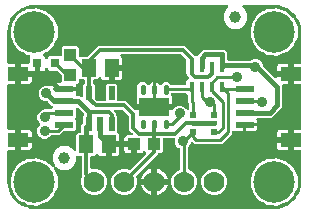
<source format=gbr>
G04 EAGLE Gerber RS-274X export*
G75*
%MOMM*%
%FSLAX34Y34*%
%LPD*%
%INTop Copper*%
%IPPOS*%
%AMOC8*
5,1,8,0,0,1.08239X$1,22.5*%
G01*
%ADD10R,2.500000X1.600000*%
%ADD11C,0.450000*%
%ADD12R,1.240000X1.500000*%
%ADD13R,0.550000X1.200000*%
%ADD14R,1.075000X1.000000*%
%ADD15R,0.450000X0.900000*%
%ADD16R,0.500000X0.500000*%
%ADD17R,0.500000X0.400000*%
%ADD18C,3.516000*%
%ADD19R,1.550000X0.600000*%
%ADD20R,1.800000X1.200000*%
%ADD21C,1.000000*%
%ADD22R,0.800000X0.800000*%
%ADD23R,1.000000X1.075000*%
%ADD24C,1.778000*%
%ADD25C,0.254000*%
%ADD26C,0.906400*%
%ADD27C,0.406400*%
%ADD28C,0.889000*%
%ADD29C,0.304800*%

G36*
X228622Y2543D02*
X228622Y2543D01*
X228700Y2545D01*
X232077Y2810D01*
X232145Y2824D01*
X232214Y2829D01*
X232370Y2869D01*
X238794Y4956D01*
X238901Y5006D01*
X239012Y5050D01*
X239063Y5083D01*
X239082Y5091D01*
X239097Y5104D01*
X239148Y5136D01*
X244612Y9107D01*
X244699Y9188D01*
X244746Y9227D01*
X244752Y9231D01*
X244753Y9233D01*
X244791Y9264D01*
X244829Y9310D01*
X244844Y9324D01*
X244855Y9342D01*
X244893Y9388D01*
X246586Y11717D01*
X246599Y11741D01*
X246616Y11761D01*
X246675Y11880D01*
X246739Y11996D01*
X246746Y12022D01*
X246758Y12046D01*
X246785Y12174D01*
X246799Y12185D01*
X246823Y12196D01*
X246925Y12281D01*
X247031Y12361D01*
X247048Y12381D01*
X247068Y12398D01*
X247171Y12522D01*
X248864Y14852D01*
X248921Y14956D01*
X248985Y15056D01*
X249007Y15113D01*
X249017Y15131D01*
X249022Y15151D01*
X249044Y15206D01*
X251131Y21630D01*
X251144Y21698D01*
X251167Y21764D01*
X251190Y21923D01*
X251455Y25300D01*
X251455Y25304D01*
X251456Y25307D01*
X251455Y25326D01*
X251459Y25400D01*
X251459Y51090D01*
X251444Y51208D01*
X251437Y51327D01*
X251424Y51365D01*
X251419Y51406D01*
X251376Y51516D01*
X251339Y51629D01*
X251317Y51664D01*
X251302Y51701D01*
X251233Y51797D01*
X251169Y51898D01*
X251139Y51926D01*
X251116Y51959D01*
X251024Y52035D01*
X250937Y52116D01*
X250902Y52136D01*
X250871Y52161D01*
X250763Y52212D01*
X250659Y52270D01*
X250619Y52280D01*
X250583Y52297D01*
X250466Y52319D01*
X250351Y52349D01*
X250291Y52353D01*
X250271Y52357D01*
X250250Y52355D01*
X250190Y52359D01*
X244999Y52359D01*
X244999Y59630D01*
X244984Y59748D01*
X244977Y59867D01*
X244964Y59905D01*
X244959Y59945D01*
X244915Y60056D01*
X244879Y60169D01*
X244857Y60204D01*
X244842Y60241D01*
X244772Y60337D01*
X244709Y60438D01*
X244679Y60466D01*
X244655Y60498D01*
X244564Y60574D01*
X244477Y60656D01*
X244442Y60675D01*
X244410Y60701D01*
X244303Y60752D01*
X244199Y60809D01*
X244159Y60820D01*
X244123Y60837D01*
X244006Y60859D01*
X243891Y60889D01*
X243830Y60893D01*
X243810Y60897D01*
X243790Y60895D01*
X243730Y60899D01*
X242459Y60899D01*
X242459Y60901D01*
X243730Y60901D01*
X243848Y60916D01*
X243967Y60923D01*
X244005Y60936D01*
X244045Y60941D01*
X244156Y60985D01*
X244269Y61021D01*
X244304Y61043D01*
X244341Y61058D01*
X244437Y61128D01*
X244538Y61191D01*
X244566Y61221D01*
X244598Y61245D01*
X244674Y61336D01*
X244756Y61423D01*
X244775Y61458D01*
X244801Y61490D01*
X244852Y61597D01*
X244909Y61701D01*
X244920Y61741D01*
X244937Y61777D01*
X244959Y61894D01*
X244989Y62009D01*
X244993Y62070D01*
X244997Y62090D01*
X244995Y62109D01*
X244997Y62115D01*
X244996Y62122D01*
X244999Y62170D01*
X244999Y69441D01*
X250190Y69441D01*
X250308Y69456D01*
X250427Y69463D01*
X250465Y69476D01*
X250506Y69481D01*
X250616Y69524D01*
X250729Y69561D01*
X250764Y69583D01*
X250801Y69598D01*
X250897Y69667D01*
X250998Y69731D01*
X251026Y69761D01*
X251059Y69784D01*
X251134Y69876D01*
X251216Y69963D01*
X251236Y69998D01*
X251261Y70029D01*
X251312Y70137D01*
X251370Y70241D01*
X251380Y70280D01*
X251397Y70317D01*
X251419Y70434D01*
X251449Y70549D01*
X251453Y70609D01*
X251457Y70629D01*
X251455Y70650D01*
X251459Y70710D01*
X251459Y107090D01*
X251444Y107208D01*
X251437Y107327D01*
X251424Y107365D01*
X251419Y107406D01*
X251376Y107516D01*
X251339Y107629D01*
X251317Y107664D01*
X251302Y107701D01*
X251233Y107797D01*
X251169Y107898D01*
X251139Y107926D01*
X251116Y107959D01*
X251024Y108035D01*
X250937Y108116D01*
X250902Y108136D01*
X250871Y108161D01*
X250763Y108212D01*
X250659Y108270D01*
X250619Y108280D01*
X250583Y108297D01*
X250466Y108319D01*
X250351Y108349D01*
X250291Y108353D01*
X250271Y108357D01*
X250250Y108355D01*
X250190Y108359D01*
X244999Y108359D01*
X244999Y115630D01*
X244984Y115748D01*
X244977Y115867D01*
X244964Y115905D01*
X244959Y115945D01*
X244915Y116056D01*
X244879Y116169D01*
X244857Y116204D01*
X244842Y116241D01*
X244772Y116337D01*
X244709Y116438D01*
X244679Y116466D01*
X244655Y116498D01*
X244564Y116574D01*
X244477Y116656D01*
X244442Y116675D01*
X244410Y116701D01*
X244303Y116752D01*
X244199Y116809D01*
X244159Y116820D01*
X244123Y116837D01*
X244006Y116859D01*
X243891Y116889D01*
X243830Y116893D01*
X243810Y116897D01*
X243790Y116895D01*
X243730Y116899D01*
X242459Y116899D01*
X242459Y116901D01*
X243730Y116901D01*
X243848Y116916D01*
X243967Y116923D01*
X244005Y116936D01*
X244045Y116941D01*
X244156Y116985D01*
X244269Y117021D01*
X244304Y117043D01*
X244341Y117058D01*
X244437Y117128D01*
X244538Y117191D01*
X244566Y117221D01*
X244598Y117245D01*
X244674Y117336D01*
X244756Y117423D01*
X244775Y117458D01*
X244801Y117490D01*
X244852Y117597D01*
X244909Y117701D01*
X244920Y117741D01*
X244937Y117777D01*
X244959Y117894D01*
X244989Y118009D01*
X244993Y118070D01*
X244997Y118090D01*
X244995Y118110D01*
X244999Y118170D01*
X244999Y125441D01*
X250190Y125441D01*
X250308Y125456D01*
X250427Y125463D01*
X250465Y125475D01*
X250506Y125481D01*
X250616Y125524D01*
X250729Y125561D01*
X250764Y125583D01*
X250801Y125598D01*
X250897Y125667D01*
X250998Y125731D01*
X251026Y125761D01*
X251059Y125784D01*
X251135Y125876D01*
X251216Y125963D01*
X251236Y125998D01*
X251261Y126029D01*
X251312Y126137D01*
X251370Y126241D01*
X251380Y126281D01*
X251397Y126317D01*
X251419Y126434D01*
X251449Y126549D01*
X251453Y126609D01*
X251457Y126629D01*
X251455Y126650D01*
X251459Y126710D01*
X251459Y152400D01*
X251457Y152422D01*
X251455Y152500D01*
X251190Y155877D01*
X251176Y155945D01*
X251171Y156014D01*
X251131Y156170D01*
X249044Y162594D01*
X248993Y162701D01*
X248950Y162812D01*
X248917Y162863D01*
X248909Y162882D01*
X248896Y162897D01*
X248864Y162948D01*
X247171Y165278D01*
X247153Y165297D01*
X247139Y165320D01*
X247044Y165413D01*
X246953Y165509D01*
X246931Y165524D01*
X246912Y165542D01*
X246798Y165608D01*
X246792Y165624D01*
X246789Y165651D01*
X246740Y165775D01*
X246697Y165900D01*
X246682Y165922D01*
X246672Y165947D01*
X246586Y166083D01*
X244893Y168412D01*
X244812Y168499D01*
X244736Y168591D01*
X244690Y168629D01*
X244676Y168644D01*
X244658Y168655D01*
X244612Y168693D01*
X239148Y172664D01*
X239044Y172721D01*
X238944Y172785D01*
X238887Y172807D01*
X238869Y172817D01*
X238849Y172822D01*
X238794Y172844D01*
X232370Y174931D01*
X232302Y174944D01*
X232236Y174967D01*
X232077Y174990D01*
X228700Y175255D01*
X228678Y175254D01*
X228600Y175259D01*
X202722Y175259D01*
X202578Y175241D01*
X202433Y175226D01*
X202420Y175221D01*
X202406Y175219D01*
X202271Y175166D01*
X202134Y175115D01*
X202123Y175107D01*
X202111Y175102D01*
X201993Y175017D01*
X201873Y174934D01*
X201864Y174924D01*
X201853Y174916D01*
X201760Y174803D01*
X201665Y174693D01*
X201659Y174681D01*
X201651Y174671D01*
X201589Y174539D01*
X201524Y174408D01*
X201521Y174395D01*
X201515Y174383D01*
X201488Y174241D01*
X201457Y174097D01*
X201458Y174084D01*
X201455Y174071D01*
X201464Y173926D01*
X201470Y173780D01*
X201474Y173767D01*
X201475Y173753D01*
X201520Y173615D01*
X201562Y173475D01*
X201569Y173463D01*
X201573Y173451D01*
X201651Y173327D01*
X201726Y173203D01*
X201736Y173193D01*
X201743Y173182D01*
X201850Y173082D01*
X201953Y172980D01*
X201969Y172970D01*
X201975Y172964D01*
X201990Y172956D01*
X202087Y172891D01*
X202901Y172421D01*
X205581Y167780D01*
X205581Y162420D01*
X202901Y157779D01*
X198260Y155099D01*
X192900Y155099D01*
X188259Y157779D01*
X185579Y162420D01*
X185579Y167780D01*
X188259Y172421D01*
X189073Y172891D01*
X189188Y172979D01*
X189307Y173064D01*
X189315Y173075D01*
X189326Y173083D01*
X189416Y173197D01*
X189509Y173309D01*
X189515Y173322D01*
X189524Y173332D01*
X189583Y173466D01*
X189645Y173597D01*
X189647Y173610D01*
X189653Y173623D01*
X189678Y173767D01*
X189705Y173910D01*
X189704Y173923D01*
X189706Y173936D01*
X189694Y174082D01*
X189685Y174227D01*
X189681Y174240D01*
X189680Y174253D01*
X189632Y174391D01*
X189587Y174529D01*
X189580Y174541D01*
X189575Y174554D01*
X189495Y174675D01*
X189417Y174798D01*
X189407Y174807D01*
X189399Y174819D01*
X189291Y174916D01*
X189185Y175016D01*
X189173Y175023D01*
X189163Y175032D01*
X189034Y175099D01*
X188907Y175170D01*
X188894Y175173D01*
X188882Y175179D01*
X188740Y175213D01*
X188599Y175249D01*
X188580Y175250D01*
X188572Y175252D01*
X188555Y175252D01*
X188438Y175259D01*
X25400Y175259D01*
X25378Y175257D01*
X25300Y175255D01*
X21923Y174990D01*
X21855Y174976D01*
X21786Y174971D01*
X21630Y174931D01*
X18892Y174041D01*
X18867Y174030D01*
X18841Y174024D01*
X18724Y173962D01*
X18604Y173906D01*
X18583Y173889D01*
X18560Y173877D01*
X18462Y173789D01*
X18445Y173788D01*
X18418Y173793D01*
X18286Y173785D01*
X18153Y173783D01*
X18128Y173775D01*
X18101Y173774D01*
X17945Y173734D01*
X15206Y172844D01*
X15099Y172794D01*
X14988Y172750D01*
X14937Y172717D01*
X14918Y172709D01*
X14903Y172696D01*
X14852Y172664D01*
X9388Y168693D01*
X9301Y168612D01*
X9209Y168536D01*
X9171Y168490D01*
X9156Y168476D01*
X9145Y168458D01*
X9107Y168412D01*
X5136Y162948D01*
X5079Y162844D01*
X5015Y162744D01*
X4993Y162687D01*
X4983Y162669D01*
X4978Y162649D01*
X4956Y162594D01*
X2869Y156170D01*
X2856Y156102D01*
X2833Y156036D01*
X2810Y155877D01*
X2545Y152500D01*
X2546Y152478D01*
X2541Y152400D01*
X2541Y126710D01*
X2556Y126592D01*
X2563Y126473D01*
X2576Y126435D01*
X2581Y126394D01*
X2624Y126284D01*
X2661Y126171D01*
X2683Y126136D01*
X2698Y126099D01*
X2768Y126002D01*
X2831Y125902D01*
X2861Y125874D01*
X2884Y125841D01*
X2976Y125765D01*
X3063Y125684D01*
X3098Y125664D01*
X3129Y125639D01*
X3237Y125588D01*
X3341Y125530D01*
X3381Y125520D01*
X3417Y125503D01*
X3534Y125481D01*
X3649Y125451D01*
X3709Y125447D01*
X3729Y125443D01*
X3750Y125445D01*
X3810Y125441D01*
X9001Y125441D01*
X9001Y118170D01*
X9016Y118052D01*
X9023Y117933D01*
X9036Y117895D01*
X9041Y117855D01*
X9084Y117744D01*
X9121Y117631D01*
X9143Y117596D01*
X9158Y117559D01*
X9228Y117463D01*
X9291Y117362D01*
X9321Y117334D01*
X9345Y117302D01*
X9436Y117226D01*
X9523Y117144D01*
X9558Y117125D01*
X9589Y117099D01*
X9697Y117048D01*
X9801Y116991D01*
X9841Y116980D01*
X9877Y116963D01*
X9994Y116941D01*
X10109Y116911D01*
X10170Y116907D01*
X10190Y116903D01*
X10210Y116905D01*
X10270Y116901D01*
X11541Y116901D01*
X11541Y116899D01*
X10270Y116899D01*
X10152Y116884D01*
X10033Y116877D01*
X9995Y116864D01*
X9955Y116859D01*
X9844Y116815D01*
X9731Y116779D01*
X9696Y116757D01*
X9659Y116742D01*
X9563Y116672D01*
X9462Y116609D01*
X9434Y116579D01*
X9401Y116555D01*
X9325Y116464D01*
X9244Y116377D01*
X9224Y116342D01*
X9199Y116310D01*
X9148Y116203D01*
X9090Y116099D01*
X9080Y116059D01*
X9063Y116023D01*
X9041Y115906D01*
X9011Y115791D01*
X9007Y115730D01*
X9003Y115710D01*
X9005Y115690D01*
X9001Y115630D01*
X9001Y108359D01*
X3810Y108359D01*
X3692Y108344D01*
X3573Y108337D01*
X3535Y108324D01*
X3494Y108319D01*
X3384Y108276D01*
X3271Y108239D01*
X3236Y108217D01*
X3199Y108202D01*
X3103Y108133D01*
X3002Y108069D01*
X2974Y108039D01*
X2941Y108016D01*
X2865Y107924D01*
X2784Y107837D01*
X2764Y107802D01*
X2739Y107771D01*
X2688Y107663D01*
X2630Y107559D01*
X2620Y107519D01*
X2603Y107483D01*
X2581Y107366D01*
X2551Y107251D01*
X2547Y107191D01*
X2543Y107171D01*
X2545Y107150D01*
X2541Y107090D01*
X2541Y70710D01*
X2556Y70592D01*
X2563Y70473D01*
X2576Y70435D01*
X2581Y70394D01*
X2624Y70284D01*
X2661Y70171D01*
X2683Y70136D01*
X2698Y70099D01*
X2768Y70002D01*
X2831Y69902D01*
X2861Y69874D01*
X2884Y69841D01*
X2976Y69765D01*
X3063Y69684D01*
X3098Y69664D01*
X3129Y69639D01*
X3237Y69588D01*
X3341Y69530D01*
X3381Y69520D01*
X3417Y69503D01*
X3534Y69481D01*
X3649Y69451D01*
X3709Y69447D01*
X3729Y69443D01*
X3750Y69445D01*
X3810Y69441D01*
X9001Y69441D01*
X9001Y62170D01*
X9016Y62052D01*
X9023Y61933D01*
X9036Y61895D01*
X9041Y61855D01*
X9084Y61744D01*
X9121Y61631D01*
X9143Y61596D01*
X9158Y61559D01*
X9228Y61463D01*
X9291Y61362D01*
X9321Y61334D01*
X9345Y61302D01*
X9436Y61226D01*
X9523Y61144D01*
X9558Y61125D01*
X9589Y61099D01*
X9697Y61048D01*
X9801Y60991D01*
X9841Y60980D01*
X9877Y60963D01*
X9994Y60941D01*
X10109Y60911D01*
X10170Y60907D01*
X10190Y60903D01*
X10210Y60905D01*
X10270Y60901D01*
X11541Y60901D01*
X11541Y60899D01*
X10270Y60899D01*
X10152Y60884D01*
X10033Y60877D01*
X9995Y60864D01*
X9955Y60859D01*
X9844Y60815D01*
X9731Y60779D01*
X9696Y60757D01*
X9659Y60742D01*
X9563Y60672D01*
X9462Y60609D01*
X9434Y60579D01*
X9401Y60555D01*
X9326Y60464D01*
X9244Y60377D01*
X9224Y60342D01*
X9199Y60310D01*
X9148Y60203D01*
X9090Y60099D01*
X9080Y60059D01*
X9063Y60023D01*
X9041Y59906D01*
X9011Y59791D01*
X9007Y59730D01*
X9003Y59710D01*
X9005Y59690D01*
X9001Y59630D01*
X9001Y52359D01*
X3810Y52359D01*
X3692Y52344D01*
X3573Y52337D01*
X3535Y52324D01*
X3494Y52319D01*
X3384Y52276D01*
X3271Y52239D01*
X3236Y52217D01*
X3199Y52202D01*
X3103Y52133D01*
X3002Y52069D01*
X2974Y52039D01*
X2941Y52016D01*
X2865Y51924D01*
X2784Y51837D01*
X2764Y51802D01*
X2739Y51771D01*
X2688Y51663D01*
X2630Y51559D01*
X2620Y51519D01*
X2603Y51483D01*
X2581Y51366D01*
X2551Y51251D01*
X2547Y51191D01*
X2543Y51171D01*
X2545Y51150D01*
X2541Y51090D01*
X2541Y25400D01*
X2543Y25378D01*
X2545Y25300D01*
X2810Y21923D01*
X2824Y21855D01*
X2829Y21786D01*
X2869Y21630D01*
X4956Y15206D01*
X5006Y15099D01*
X5050Y14988D01*
X5083Y14937D01*
X5091Y14918D01*
X5104Y14903D01*
X5136Y14852D01*
X9107Y9388D01*
X9127Y9366D01*
X9138Y9348D01*
X9184Y9305D01*
X9188Y9301D01*
X9264Y9209D01*
X9310Y9171D01*
X9324Y9156D01*
X9342Y9145D01*
X9388Y9107D01*
X14852Y5136D01*
X14956Y5079D01*
X15056Y5015D01*
X15113Y4993D01*
X15131Y4983D01*
X15151Y4978D01*
X15206Y4956D01*
X17945Y4066D01*
X17971Y4061D01*
X17996Y4051D01*
X18127Y4031D01*
X18257Y4006D01*
X18284Y4008D01*
X18310Y4004D01*
X18441Y4018D01*
X18455Y4008D01*
X18474Y3989D01*
X18585Y3917D01*
X18694Y3842D01*
X18719Y3832D01*
X18742Y3818D01*
X18891Y3759D01*
X21630Y2869D01*
X21698Y2856D01*
X21764Y2833D01*
X21923Y2810D01*
X25300Y2545D01*
X25322Y2546D01*
X25400Y2541D01*
X228600Y2541D01*
X228622Y2543D01*
G37*
%LPC*%
G36*
X74027Y14477D02*
X74027Y14477D01*
X70013Y16140D01*
X66940Y19213D01*
X65277Y23227D01*
X65277Y27573D01*
X66042Y29420D01*
X66050Y29448D01*
X66064Y29474D01*
X66092Y29601D01*
X66126Y29726D01*
X66127Y29756D01*
X66133Y29785D01*
X66129Y29914D01*
X66131Y30044D01*
X66124Y30073D01*
X66124Y30103D01*
X66088Y30227D01*
X66057Y30354D01*
X66043Y30380D01*
X66035Y30408D01*
X65969Y30520D01*
X65908Y30635D01*
X65889Y30657D01*
X65874Y30682D01*
X65767Y30803D01*
X65683Y30887D01*
X65683Y46348D01*
X65668Y46466D01*
X65661Y46585D01*
X65648Y46623D01*
X65643Y46664D01*
X65600Y46774D01*
X65563Y46887D01*
X65541Y46922D01*
X65526Y46959D01*
X65457Y47055D01*
X65393Y47156D01*
X65363Y47184D01*
X65340Y47217D01*
X65248Y47293D01*
X65161Y47374D01*
X65126Y47394D01*
X65095Y47419D01*
X64987Y47470D01*
X64883Y47528D01*
X64843Y47538D01*
X64807Y47555D01*
X64690Y47577D01*
X64575Y47607D01*
X64515Y47611D01*
X64495Y47615D01*
X64474Y47613D01*
X64414Y47617D01*
X62070Y47617D01*
X61952Y47602D01*
X61833Y47595D01*
X61795Y47582D01*
X61754Y47577D01*
X61644Y47534D01*
X61531Y47497D01*
X61496Y47475D01*
X61459Y47460D01*
X61363Y47391D01*
X61262Y47327D01*
X61234Y47297D01*
X61201Y47274D01*
X61125Y47182D01*
X61044Y47095D01*
X61024Y47060D01*
X60999Y47029D01*
X60948Y46921D01*
X60890Y46817D01*
X60880Y46777D01*
X60863Y46741D01*
X60841Y46624D01*
X60811Y46509D01*
X60807Y46449D01*
X60803Y46429D01*
X60805Y46408D01*
X60801Y46348D01*
X60801Y43040D01*
X58121Y38399D01*
X53480Y35719D01*
X48120Y35719D01*
X43780Y38225D01*
X43722Y38250D01*
X43668Y38283D01*
X43576Y38311D01*
X43487Y38348D01*
X43424Y38358D01*
X43364Y38376D01*
X43268Y38381D01*
X43172Y38395D01*
X43110Y38388D01*
X43047Y38391D01*
X42952Y38372D01*
X42856Y38362D01*
X42843Y38357D01*
X42848Y38368D01*
X42903Y38474D01*
X42912Y38513D01*
X42929Y38550D01*
X42949Y38668D01*
X42976Y38784D01*
X42975Y38824D01*
X42982Y38863D01*
X42972Y38982D01*
X42970Y39102D01*
X42959Y39140D01*
X42956Y39180D01*
X42917Y39293D01*
X42885Y39408D01*
X42858Y39461D01*
X42851Y39481D01*
X42840Y39498D01*
X42813Y39552D01*
X40799Y43040D01*
X40799Y48400D01*
X43479Y53041D01*
X48120Y55721D01*
X53480Y55721D01*
X58121Y53041D01*
X58639Y52144D01*
X58727Y52028D01*
X58812Y51910D01*
X58823Y51902D01*
X58831Y51891D01*
X58945Y51801D01*
X59057Y51707D01*
X59070Y51702D01*
X59080Y51693D01*
X59214Y51634D01*
X59345Y51572D01*
X59358Y51569D01*
X59371Y51564D01*
X59515Y51539D01*
X59658Y51512D01*
X59671Y51513D01*
X59684Y51511D01*
X59830Y51523D01*
X59975Y51532D01*
X59988Y51536D01*
X60001Y51537D01*
X60139Y51585D01*
X60277Y51630D01*
X60289Y51637D01*
X60302Y51642D01*
X60423Y51722D01*
X60546Y51800D01*
X60555Y51810D01*
X60567Y51817D01*
X60664Y51925D01*
X60764Y52032D01*
X60771Y52044D01*
X60780Y52054D01*
X60847Y52183D01*
X60918Y52310D01*
X60921Y52323D01*
X60927Y52335D01*
X60961Y52477D01*
X60997Y52618D01*
X60998Y52636D01*
X61000Y52645D01*
X61000Y52662D01*
X61007Y52779D01*
X61007Y65492D01*
X62198Y66683D01*
X63906Y66683D01*
X64024Y66698D01*
X64143Y66705D01*
X64181Y66718D01*
X64222Y66723D01*
X64332Y66766D01*
X64445Y66803D01*
X64480Y66825D01*
X64517Y66840D01*
X64613Y66909D01*
X64714Y66973D01*
X64742Y67003D01*
X64775Y67026D01*
X64851Y67118D01*
X64932Y67205D01*
X64952Y67240D01*
X64977Y67271D01*
X65028Y67379D01*
X65086Y67483D01*
X65096Y67523D01*
X65113Y67559D01*
X65135Y67676D01*
X65165Y67791D01*
X65169Y67851D01*
X65173Y67871D01*
X65171Y67892D01*
X65175Y67952D01*
X65175Y73773D01*
X66626Y75223D01*
X66686Y75301D01*
X66754Y75373D01*
X66783Y75426D01*
X66820Y75474D01*
X66860Y75565D01*
X66908Y75652D01*
X66923Y75710D01*
X66947Y75766D01*
X66962Y75864D01*
X66987Y75960D01*
X66993Y76060D01*
X66997Y76080D01*
X66995Y76092D01*
X66997Y76120D01*
X66997Y81471D01*
X67121Y81595D01*
X67195Y81689D01*
X67273Y81778D01*
X67292Y81814D01*
X67316Y81846D01*
X67364Y81956D01*
X67418Y82062D01*
X67427Y82101D01*
X67443Y82138D01*
X67461Y82256D01*
X67487Y82372D01*
X67486Y82412D01*
X67493Y82452D01*
X67481Y82571D01*
X67478Y82690D01*
X67467Y82729D01*
X67463Y82769D01*
X67422Y82881D01*
X67389Y82995D01*
X67369Y83030D01*
X67355Y83068D01*
X67288Y83167D01*
X67228Y83269D01*
X67195Y83307D01*
X67192Y83312D01*
X67187Y83316D01*
X67177Y83331D01*
X67161Y83345D01*
X67121Y83390D01*
X62489Y88022D01*
X62380Y88107D01*
X62273Y88196D01*
X62254Y88205D01*
X62238Y88217D01*
X62110Y88273D01*
X61985Y88332D01*
X61965Y88335D01*
X61946Y88343D01*
X61808Y88365D01*
X61672Y88391D01*
X61652Y88390D01*
X61632Y88393D01*
X61493Y88380D01*
X61355Y88372D01*
X61336Y88365D01*
X61316Y88363D01*
X61184Y88316D01*
X61053Y88274D01*
X61035Y88263D01*
X61016Y88256D01*
X60901Y88178D01*
X60784Y88103D01*
X60770Y88089D01*
X60753Y88077D01*
X60661Y87973D01*
X60566Y87872D01*
X60556Y87854D01*
X60543Y87839D01*
X60479Y87715D01*
X60412Y87593D01*
X60407Y87574D01*
X60398Y87556D01*
X60368Y87420D01*
X60333Y87285D01*
X60331Y87257D01*
X60328Y87245D01*
X60329Y87225D01*
X60323Y87125D01*
X60323Y80058D01*
X60062Y79798D01*
X59989Y79703D01*
X59910Y79614D01*
X59892Y79578D01*
X59867Y79546D01*
X59820Y79437D01*
X59766Y79331D01*
X59757Y79292D01*
X59741Y79254D01*
X59722Y79136D01*
X59696Y79021D01*
X59697Y78980D01*
X59691Y78940D01*
X59702Y78822D01*
X59706Y78703D01*
X59717Y78664D01*
X59721Y78624D01*
X59761Y78512D01*
X59794Y78397D01*
X59815Y78362D01*
X59828Y78324D01*
X59895Y78226D01*
X59956Y78123D01*
X59996Y78078D01*
X60007Y78061D01*
X60022Y78048D01*
X60062Y78003D01*
X60323Y77742D01*
X60323Y70058D01*
X59132Y68867D01*
X50704Y68867D01*
X50606Y68855D01*
X50507Y68852D01*
X50448Y68835D01*
X50388Y68827D01*
X50296Y68791D01*
X50201Y68763D01*
X50149Y68733D01*
X50093Y68710D01*
X50013Y68652D01*
X49927Y68602D01*
X49852Y68536D01*
X49835Y68524D01*
X49827Y68514D01*
X49806Y68496D01*
X49134Y67824D01*
X46828Y65517D01*
X40975Y65517D01*
X40946Y65514D01*
X40916Y65516D01*
X40789Y65494D01*
X40660Y65477D01*
X40632Y65467D01*
X40603Y65462D01*
X40484Y65408D01*
X40364Y65360D01*
X40340Y65343D01*
X40313Y65331D01*
X40211Y65250D01*
X40107Y65174D01*
X40088Y65151D01*
X40065Y65132D01*
X39987Y65029D01*
X39904Y64929D01*
X39891Y64902D01*
X39877Y64883D01*
X38009Y63015D01*
X35596Y62015D01*
X32984Y62015D01*
X30571Y63015D01*
X28725Y64861D01*
X27725Y67274D01*
X27725Y69886D01*
X28725Y72299D01*
X30050Y73624D01*
X30123Y73718D01*
X30201Y73807D01*
X30220Y73843D01*
X30245Y73875D01*
X30292Y73984D01*
X30346Y74090D01*
X30355Y74130D01*
X30371Y74167D01*
X30390Y74284D01*
X30416Y74400D01*
X30414Y74441D01*
X30421Y74481D01*
X30410Y74599D01*
X30406Y74718D01*
X30395Y74757D01*
X30391Y74797D01*
X30351Y74910D01*
X30318Y75024D01*
X30297Y75059D01*
X30283Y75097D01*
X30217Y75195D01*
X30156Y75298D01*
X30116Y75343D01*
X30105Y75360D01*
X30090Y75373D01*
X30050Y75419D01*
X28951Y76517D01*
X27951Y78930D01*
X27951Y81542D01*
X28951Y83955D01*
X30797Y85801D01*
X32185Y86376D01*
X32193Y86381D01*
X32202Y86383D01*
X32331Y86459D01*
X32461Y86533D01*
X32468Y86540D01*
X32476Y86545D01*
X32596Y86651D01*
X33148Y87203D01*
X39692Y87203D01*
X39790Y87215D01*
X39890Y87218D01*
X39948Y87235D01*
X40008Y87243D01*
X40100Y87279D01*
X40195Y87307D01*
X40247Y87337D01*
X40304Y87360D01*
X40384Y87418D01*
X40469Y87468D01*
X40544Y87534D01*
X40561Y87546D01*
X40569Y87556D01*
X40590Y87574D01*
X40684Y87669D01*
X40769Y87778D01*
X40858Y87885D01*
X40866Y87904D01*
X40879Y87920D01*
X40934Y88048D01*
X40993Y88173D01*
X40997Y88193D01*
X41005Y88212D01*
X41027Y88350D01*
X41053Y88486D01*
X41052Y88506D01*
X41055Y88526D01*
X41042Y88665D01*
X41033Y88803D01*
X41027Y88822D01*
X41025Y88842D01*
X40978Y88974D01*
X40935Y89105D01*
X40924Y89123D01*
X40918Y89142D01*
X40839Y89257D01*
X40765Y89374D01*
X40750Y89388D01*
X40739Y89405D01*
X40698Y89441D01*
X40678Y89464D01*
X36748Y93394D01*
X36670Y93454D01*
X36598Y93522D01*
X36545Y93551D01*
X36497Y93588D01*
X36406Y93628D01*
X36319Y93676D01*
X36261Y93691D01*
X36205Y93715D01*
X36107Y93730D01*
X36011Y93755D01*
X35911Y93761D01*
X35891Y93765D01*
X35879Y93763D01*
X35851Y93765D01*
X34254Y93765D01*
X31841Y94765D01*
X29995Y96611D01*
X28995Y99024D01*
X28995Y101636D01*
X29995Y104049D01*
X31841Y105895D01*
X34254Y106895D01*
X36866Y106895D01*
X38494Y106220D01*
X38542Y106207D01*
X38587Y106186D01*
X38695Y106165D01*
X38801Y106136D01*
X38851Y106135D01*
X38900Y106126D01*
X39009Y106133D01*
X39119Y106131D01*
X39167Y106143D01*
X39217Y106146D01*
X39321Y106180D01*
X39428Y106205D01*
X39472Y106229D01*
X39519Y106244D01*
X39612Y106303D01*
X39709Y106354D01*
X39746Y106387D01*
X39788Y106414D01*
X39863Y106494D01*
X39945Y106568D01*
X39972Y106609D01*
X40006Y106646D01*
X40059Y106742D01*
X40119Y106834D01*
X40136Y106881D01*
X40160Y106924D01*
X40172Y106972D01*
X40206Y107073D01*
X40222Y107131D01*
X40223Y107134D01*
X40223Y107136D01*
X40422Y107881D01*
X40757Y108460D01*
X41230Y108933D01*
X41809Y109268D01*
X42456Y109441D01*
X47578Y109441D01*
X47696Y109456D01*
X47815Y109463D01*
X47853Y109476D01*
X47894Y109481D01*
X48004Y109524D01*
X48117Y109561D01*
X48152Y109583D01*
X48189Y109598D01*
X48285Y109667D01*
X48386Y109731D01*
X48414Y109761D01*
X48447Y109784D01*
X48523Y109876D01*
X48604Y109963D01*
X48624Y109998D01*
X48649Y110029D01*
X48700Y110137D01*
X48758Y110241D01*
X48768Y110281D01*
X48785Y110317D01*
X48807Y110434D01*
X48837Y110549D01*
X48841Y110609D01*
X48845Y110629D01*
X48843Y110650D01*
X48847Y110710D01*
X48847Y114746D01*
X48835Y114844D01*
X48832Y114943D01*
X48815Y115002D01*
X48807Y115062D01*
X48771Y115154D01*
X48743Y115249D01*
X48713Y115301D01*
X48690Y115357D01*
X48632Y115437D01*
X48582Y115523D01*
X48516Y115598D01*
X48504Y115615D01*
X48494Y115623D01*
X48476Y115644D01*
X44794Y119326D01*
X44715Y119386D01*
X44643Y119454D01*
X44590Y119483D01*
X44542Y119520D01*
X44451Y119560D01*
X44365Y119608D01*
X44306Y119623D01*
X44251Y119647D01*
X44153Y119662D01*
X44057Y119687D01*
X43957Y119693D01*
X43936Y119697D01*
X43924Y119695D01*
X43896Y119697D01*
X38218Y119697D01*
X37016Y120899D01*
X37008Y120962D01*
X36991Y121113D01*
X36988Y121119D01*
X36987Y121126D01*
X36931Y121269D01*
X36877Y121410D01*
X36873Y121416D01*
X36870Y121422D01*
X36781Y121546D01*
X36693Y121669D01*
X36688Y121674D01*
X36684Y121679D01*
X36565Y121777D01*
X36450Y121875D01*
X36444Y121878D01*
X36439Y121882D01*
X36301Y121947D01*
X36164Y122013D01*
X36157Y122015D01*
X36151Y122018D01*
X36003Y122046D01*
X35852Y122076D01*
X35845Y122076D01*
X35839Y122077D01*
X35687Y122068D01*
X35534Y122060D01*
X35528Y122058D01*
X35521Y122058D01*
X35377Y122011D01*
X35231Y121965D01*
X35225Y121962D01*
X35219Y121960D01*
X35090Y121878D01*
X34960Y121798D01*
X34956Y121793D01*
X34950Y121789D01*
X34845Y121678D01*
X34740Y121569D01*
X34737Y121563D01*
X34732Y121558D01*
X34658Y121424D01*
X34583Y121292D01*
X34581Y121283D01*
X34578Y121279D01*
X34576Y121269D01*
X34532Y121139D01*
X34428Y120749D01*
X34093Y120170D01*
X33620Y119697D01*
X33041Y119362D01*
X32394Y119189D01*
X30059Y119189D01*
X30059Y125000D01*
X30044Y125118D01*
X30037Y125237D01*
X30024Y125275D01*
X30019Y125315D01*
X29976Y125426D01*
X29939Y125539D01*
X29917Y125573D01*
X29902Y125611D01*
X29833Y125707D01*
X29769Y125808D01*
X29739Y125836D01*
X29716Y125868D01*
X29624Y125944D01*
X29537Y126026D01*
X29502Y126045D01*
X29471Y126071D01*
X29363Y126122D01*
X29259Y126179D01*
X29219Y126189D01*
X29183Y126207D01*
X29066Y126229D01*
X28951Y126259D01*
X28891Y126263D01*
X28871Y126266D01*
X28850Y126265D01*
X28790Y126269D01*
X27330Y126269D01*
X27212Y126254D01*
X27093Y126247D01*
X27055Y126234D01*
X27014Y126229D01*
X26904Y126185D01*
X26791Y126149D01*
X26756Y126127D01*
X26719Y126112D01*
X26622Y126042D01*
X26522Y125979D01*
X26494Y125949D01*
X26461Y125925D01*
X26385Y125834D01*
X26304Y125747D01*
X26284Y125712D01*
X26259Y125680D01*
X26208Y125573D01*
X26150Y125468D01*
X26140Y125429D01*
X26123Y125393D01*
X26101Y125276D01*
X26071Y125160D01*
X26067Y125100D01*
X26063Y125080D01*
X26065Y125060D01*
X26061Y125000D01*
X26061Y119189D01*
X23726Y119189D01*
X22954Y119396D01*
X22869Y119408D01*
X22786Y119429D01*
X22650Y119438D01*
X22639Y119439D01*
X22635Y119439D01*
X22626Y119439D01*
X14079Y119439D01*
X14079Y125441D01*
X20250Y125441D01*
X20368Y125456D01*
X20487Y125463D01*
X20525Y125476D01*
X20566Y125481D01*
X20676Y125524D01*
X20789Y125561D01*
X20824Y125583D01*
X20861Y125598D01*
X20957Y125667D01*
X21058Y125731D01*
X21086Y125761D01*
X21119Y125784D01*
X21194Y125876D01*
X21276Y125963D01*
X21296Y125998D01*
X21321Y126029D01*
X21372Y126137D01*
X21430Y126241D01*
X21440Y126280D01*
X21457Y126317D01*
X21479Y126434D01*
X21509Y126549D01*
X21513Y126609D01*
X21517Y126629D01*
X21515Y126650D01*
X21519Y126710D01*
X21519Y130064D01*
X21692Y130711D01*
X21899Y131068D01*
X21916Y131108D01*
X21939Y131144D01*
X21977Y131254D01*
X22022Y131361D01*
X22028Y131404D01*
X22042Y131445D01*
X22052Y131561D01*
X22069Y131676D01*
X22064Y131719D01*
X22068Y131762D01*
X22048Y131877D01*
X22036Y131992D01*
X22021Y132033D01*
X22013Y132075D01*
X21965Y132181D01*
X21925Y132291D01*
X21900Y132326D01*
X21883Y132365D01*
X21810Y132456D01*
X21743Y132552D01*
X21711Y132580D01*
X21684Y132613D01*
X21591Y132684D01*
X21503Y132760D01*
X21464Y132779D01*
X21430Y132805D01*
X21285Y132876D01*
X20951Y133014D01*
X20853Y133041D01*
X20757Y133077D01*
X20665Y133092D01*
X20644Y133098D01*
X20630Y133098D01*
X20598Y133104D01*
X19179Y133253D01*
X16215Y134964D01*
X16213Y134965D01*
X16210Y134967D01*
X16066Y135038D01*
X14290Y135773D01*
X13693Y136370D01*
X13626Y136422D01*
X13565Y136483D01*
X13451Y136558D01*
X13442Y136565D01*
X13438Y136567D01*
X13431Y136572D01*
X11929Y137439D01*
X10139Y139903D01*
X10126Y139917D01*
X10116Y139933D01*
X10009Y140054D01*
X8773Y141290D01*
X8357Y142296D01*
X8322Y142356D01*
X8297Y142420D01*
X8211Y142556D01*
X7008Y144211D01*
X6447Y146849D01*
X6436Y146883D01*
X6431Y146919D01*
X6379Y147071D01*
X5787Y148499D01*
X5787Y149822D01*
X5781Y149874D01*
X5783Y149926D01*
X5760Y150086D01*
X5268Y152400D01*
X5760Y154714D01*
X5764Y154767D01*
X5777Y154817D01*
X5787Y154978D01*
X5787Y156301D01*
X6379Y157729D01*
X6388Y157763D01*
X6404Y157795D01*
X6447Y157951D01*
X7008Y160589D01*
X8211Y162244D01*
X8244Y162305D01*
X8286Y162360D01*
X8357Y162504D01*
X8773Y163510D01*
X10009Y164746D01*
X10021Y164761D01*
X10036Y164773D01*
X10139Y164897D01*
X11929Y167361D01*
X13431Y168228D01*
X13499Y168280D01*
X13573Y168324D01*
X13675Y168414D01*
X13684Y168421D01*
X13687Y168424D01*
X13693Y168430D01*
X14290Y169027D01*
X16066Y169762D01*
X16068Y169764D01*
X16071Y169764D01*
X16215Y169836D01*
X18972Y171428D01*
X18993Y171444D01*
X19017Y171455D01*
X19119Y171540D01*
X19166Y171575D01*
X19203Y171568D01*
X19229Y171569D01*
X19256Y171565D01*
X19416Y171572D01*
X20598Y171696D01*
X20697Y171720D01*
X20799Y171734D01*
X20887Y171764D01*
X20908Y171769D01*
X20920Y171775D01*
X20951Y171786D01*
X21499Y172013D01*
X23543Y172013D01*
X23560Y172015D01*
X23676Y172020D01*
X27504Y172422D01*
X28573Y172075D01*
X28690Y172053D01*
X28805Y172023D01*
X28865Y172019D01*
X28885Y172015D01*
X28906Y172017D01*
X28965Y172013D01*
X29301Y172013D01*
X31209Y171223D01*
X31230Y171217D01*
X31303Y171188D01*
X35466Y169835D01*
X36078Y169285D01*
X36189Y169207D01*
X36297Y169126D01*
X36327Y169111D01*
X36339Y169103D01*
X36359Y169096D01*
X36441Y169055D01*
X36510Y169027D01*
X37805Y167732D01*
X37819Y167721D01*
X37853Y167686D01*
X41687Y164234D01*
X41900Y163756D01*
X41979Y163626D01*
X42250Y162971D01*
X42255Y162963D01*
X42263Y162941D01*
X45092Y156586D01*
X45092Y148214D01*
X42263Y141859D01*
X42260Y141849D01*
X42250Y141829D01*
X41994Y141211D01*
X41975Y141187D01*
X41970Y141179D01*
X41968Y141175D01*
X41963Y141164D01*
X41900Y141044D01*
X41687Y140566D01*
X37853Y137114D01*
X37841Y137100D01*
X37805Y137068D01*
X36510Y135773D01*
X36441Y135745D01*
X36324Y135678D01*
X36204Y135615D01*
X36177Y135594D01*
X36165Y135587D01*
X36149Y135572D01*
X36078Y135515D01*
X35466Y134965D01*
X33448Y134309D01*
X33352Y134264D01*
X33252Y134227D01*
X33208Y134196D01*
X33160Y134174D01*
X33078Y134106D01*
X32991Y134046D01*
X32956Y134005D01*
X32915Y133971D01*
X32852Y133885D01*
X32783Y133805D01*
X32759Y133757D01*
X32728Y133714D01*
X32689Y133615D01*
X32641Y133520D01*
X32630Y133468D01*
X32611Y133418D01*
X32597Y133313D01*
X32575Y133209D01*
X32577Y133156D01*
X32571Y133103D01*
X32584Y132998D01*
X32588Y132891D01*
X32604Y132840D01*
X32610Y132787D01*
X32649Y132689D01*
X32680Y132587D01*
X32707Y132541D01*
X32727Y132491D01*
X32789Y132405D01*
X32844Y132315D01*
X32882Y132277D01*
X32914Y132234D01*
X32995Y132166D01*
X33071Y132092D01*
X33142Y132045D01*
X33159Y132031D01*
X33173Y132024D01*
X33205Y132003D01*
X33620Y131763D01*
X34093Y131290D01*
X34428Y130711D01*
X34532Y130321D01*
X34590Y130180D01*
X34646Y130038D01*
X34650Y130033D01*
X34652Y130026D01*
X34744Y129902D01*
X34832Y129781D01*
X34838Y129776D01*
X34842Y129771D01*
X34960Y129675D01*
X35077Y129578D01*
X35084Y129575D01*
X35089Y129571D01*
X35229Y129507D01*
X35365Y129442D01*
X35372Y129441D01*
X35378Y129438D01*
X35529Y129411D01*
X35678Y129383D01*
X35684Y129383D01*
X35691Y129382D01*
X35843Y129393D01*
X35995Y129402D01*
X36001Y129404D01*
X36008Y129405D01*
X36153Y129454D01*
X36297Y129500D01*
X36303Y129504D01*
X36310Y129506D01*
X36437Y129589D01*
X36566Y129671D01*
X36571Y129676D01*
X36576Y129679D01*
X36680Y129791D01*
X36784Y129902D01*
X36787Y129908D01*
X36792Y129913D01*
X36864Y130047D01*
X36938Y130181D01*
X36939Y130187D01*
X36942Y130193D01*
X36978Y130339D01*
X37017Y130489D01*
X37018Y130498D01*
X37019Y130502D01*
X37019Y130513D01*
X37022Y130567D01*
X38218Y131763D01*
X47578Y131763D01*
X47696Y131778D01*
X47815Y131785D01*
X47853Y131798D01*
X47894Y131803D01*
X48004Y131846D01*
X48117Y131883D01*
X48152Y131905D01*
X48189Y131920D01*
X48285Y131989D01*
X48386Y132053D01*
X48414Y132083D01*
X48447Y132106D01*
X48523Y132198D01*
X48604Y132285D01*
X48624Y132320D01*
X48649Y132351D01*
X48700Y132459D01*
X48758Y132563D01*
X48768Y132603D01*
X48785Y132639D01*
X48807Y132756D01*
X48837Y132871D01*
X48841Y132931D01*
X48845Y132951D01*
X48843Y132972D01*
X48847Y133032D01*
X48847Y139177D01*
X50038Y140368D01*
X61722Y140368D01*
X62913Y139177D01*
X62913Y132692D01*
X62930Y132553D01*
X62943Y132415D01*
X62950Y132396D01*
X62953Y132376D01*
X63004Y132247D01*
X63051Y132115D01*
X63062Y132099D01*
X63070Y132080D01*
X63151Y131968D01*
X63230Y131852D01*
X63245Y131839D01*
X63256Y131823D01*
X63364Y131734D01*
X63468Y131642D01*
X63486Y131633D01*
X63501Y131620D01*
X63627Y131561D01*
X63752Y131498D01*
X63771Y131493D01*
X63789Y131485D01*
X63926Y131459D01*
X64062Y131428D01*
X64082Y131429D01*
X64101Y131425D01*
X64241Y131434D01*
X64380Y131438D01*
X64399Y131443D01*
X64419Y131445D01*
X64444Y131453D01*
X70017Y131453D01*
X70115Y131465D01*
X70214Y131468D01*
X70272Y131485D01*
X70333Y131493D01*
X70425Y131529D01*
X70520Y131557D01*
X70572Y131587D01*
X70628Y131610D01*
X70708Y131668D01*
X70794Y131718D01*
X70869Y131784D01*
X70886Y131796D01*
X70893Y131806D01*
X70915Y131824D01*
X79807Y140717D01*
X152603Y140717D01*
X161303Y132017D01*
X161397Y131944D01*
X161487Y131865D01*
X161523Y131847D01*
X161555Y131822D01*
X161664Y131774D01*
X161770Y131720D01*
X161809Y131711D01*
X161846Y131695D01*
X161964Y131677D01*
X162080Y131651D01*
X162120Y131652D01*
X162160Y131646D01*
X162279Y131657D01*
X162398Y131660D01*
X162437Y131672D01*
X162477Y131675D01*
X162589Y131716D01*
X162703Y131749D01*
X162738Y131769D01*
X162776Y131783D01*
X162875Y131850D01*
X162977Y131910D01*
X163023Y131950D01*
X163040Y131962D01*
X163053Y131977D01*
X163098Y132017D01*
X168496Y137415D01*
X185834Y137415D01*
X188215Y135034D01*
X188215Y129404D01*
X188230Y129286D01*
X188237Y129167D01*
X188250Y129129D01*
X188255Y129088D01*
X188298Y128978D01*
X188335Y128865D01*
X188357Y128830D01*
X188372Y128793D01*
X188441Y128697D01*
X188505Y128596D01*
X188535Y128568D01*
X188558Y128535D01*
X188650Y128459D01*
X188737Y128378D01*
X188772Y128358D01*
X188803Y128333D01*
X188911Y128282D01*
X189015Y128224D01*
X189055Y128214D01*
X189091Y128197D01*
X189208Y128175D01*
X189323Y128145D01*
X189383Y128141D01*
X189403Y128137D01*
X189424Y128139D01*
X189484Y128135D01*
X208005Y128135D01*
X208103Y128147D01*
X208202Y128150D01*
X208260Y128167D01*
X208321Y128175D01*
X208413Y128211D01*
X208508Y128239D01*
X208560Y128269D01*
X208616Y128292D01*
X208660Y128323D01*
X211174Y129365D01*
X213786Y129365D01*
X216199Y128365D01*
X218045Y126519D01*
X219045Y124106D01*
X219045Y123779D01*
X219057Y123681D01*
X219060Y123582D01*
X219077Y123524D01*
X219085Y123464D01*
X219121Y123372D01*
X219149Y123277D01*
X219179Y123225D01*
X219202Y123168D01*
X219260Y123088D01*
X219310Y123003D01*
X219376Y122927D01*
X219388Y122911D01*
X219398Y122903D01*
X219416Y122882D01*
X228753Y113546D01*
X228862Y113461D01*
X228969Y113372D01*
X228988Y113363D01*
X229004Y113351D01*
X229132Y113295D01*
X229257Y113236D01*
X229277Y113233D01*
X229296Y113225D01*
X229434Y113203D01*
X229570Y113177D01*
X229590Y113178D01*
X229610Y113175D01*
X229749Y113188D01*
X229887Y113196D01*
X229906Y113203D01*
X229926Y113205D01*
X230058Y113252D01*
X230189Y113294D01*
X230207Y113305D01*
X230226Y113312D01*
X230341Y113390D01*
X230458Y113465D01*
X230472Y113479D01*
X230489Y113491D01*
X230581Y113595D01*
X230676Y113696D01*
X230686Y113714D01*
X230699Y113729D01*
X230763Y113853D01*
X230830Y113975D01*
X230835Y113994D01*
X230844Y114012D01*
X230874Y114148D01*
X230909Y114283D01*
X230911Y114311D01*
X230914Y114323D01*
X230913Y114343D01*
X230914Y114361D01*
X239921Y114361D01*
X239921Y108359D01*
X236474Y108359D01*
X236356Y108344D01*
X236237Y108337D01*
X236199Y108324D01*
X236158Y108319D01*
X236048Y108276D01*
X235935Y108239D01*
X235900Y108217D01*
X235863Y108202D01*
X235767Y108133D01*
X235666Y108069D01*
X235638Y108039D01*
X235605Y108016D01*
X235529Y107924D01*
X235448Y107837D01*
X235428Y107802D01*
X235403Y107771D01*
X235352Y107663D01*
X235294Y107559D01*
X235284Y107519D01*
X235267Y107483D01*
X235245Y107366D01*
X235215Y107251D01*
X235211Y107191D01*
X235207Y107171D01*
X235209Y107150D01*
X235205Y107090D01*
X235205Y88486D01*
X226554Y79835D01*
X214647Y79835D01*
X214516Y79819D01*
X214384Y79808D01*
X214359Y79799D01*
X214332Y79795D01*
X214209Y79747D01*
X214084Y79703D01*
X214061Y79688D01*
X214036Y79678D01*
X213929Y79601D01*
X213819Y79527D01*
X213801Y79507D01*
X213779Y79492D01*
X213694Y79389D01*
X213606Y79291D01*
X213593Y79267D01*
X213576Y79247D01*
X213520Y79127D01*
X213458Y79009D01*
X213452Y78983D01*
X213441Y78959D01*
X213416Y78829D01*
X213385Y78700D01*
X213386Y78673D01*
X213381Y78647D01*
X213389Y78515D01*
X213392Y78382D01*
X213399Y78356D01*
X213401Y78329D01*
X213441Y78203D01*
X213477Y78076D01*
X213494Y78041D01*
X213499Y78027D01*
X213510Y78008D01*
X213548Y77931D01*
X213578Y77881D01*
X213751Y77234D01*
X213751Y75399D01*
X203690Y75399D01*
X203572Y75384D01*
X203453Y75377D01*
X203415Y75364D01*
X203375Y75359D01*
X203264Y75316D01*
X203151Y75279D01*
X203117Y75257D01*
X203079Y75242D01*
X202983Y75173D01*
X202882Y75109D01*
X202854Y75079D01*
X202822Y75056D01*
X202746Y74964D01*
X202664Y74877D01*
X202645Y74842D01*
X202619Y74811D01*
X202599Y74768D01*
X202522Y74712D01*
X202422Y74649D01*
X202394Y74619D01*
X202361Y74595D01*
X202285Y74504D01*
X202204Y74417D01*
X202184Y74382D01*
X202159Y74350D01*
X202108Y74243D01*
X202050Y74138D01*
X202040Y74099D01*
X202023Y74063D01*
X202001Y73946D01*
X201971Y73830D01*
X201967Y73770D01*
X201963Y73750D01*
X201965Y73730D01*
X201961Y73670D01*
X201961Y68359D01*
X195376Y68359D01*
X194722Y68534D01*
X194615Y68580D01*
X194495Y68636D01*
X194468Y68641D01*
X194444Y68651D01*
X194312Y68671D01*
X194182Y68696D01*
X194156Y68694D01*
X194129Y68698D01*
X193997Y68684D01*
X193865Y68676D01*
X193839Y68668D01*
X193813Y68665D01*
X193688Y68619D01*
X193563Y68578D01*
X193540Y68564D01*
X193514Y68554D01*
X193406Y68479D01*
X193294Y68408D01*
X193275Y68388D01*
X193253Y68373D01*
X193167Y68273D01*
X193076Y68176D01*
X193063Y68152D01*
X193045Y68132D01*
X192986Y68014D01*
X192922Y67898D01*
X192916Y67872D01*
X192904Y67847D01*
X192876Y67718D01*
X192843Y67590D01*
X192841Y67552D01*
X192837Y67536D01*
X192838Y67515D01*
X192833Y67429D01*
X192833Y66242D01*
X184248Y57657D01*
X161192Y57657D01*
X159849Y59000D01*
X159810Y59030D01*
X159777Y59067D01*
X159685Y59127D01*
X159598Y59195D01*
X159552Y59215D01*
X159511Y59242D01*
X159407Y59278D01*
X159306Y59321D01*
X159257Y59329D01*
X159210Y59345D01*
X159101Y59354D01*
X158992Y59371D01*
X158943Y59366D01*
X158893Y59370D01*
X158785Y59352D01*
X158675Y59341D01*
X158629Y59324D01*
X158580Y59316D01*
X158480Y59271D01*
X158376Y59234D01*
X158335Y59206D01*
X158290Y59185D01*
X158204Y59117D01*
X158113Y59055D01*
X158080Y59018D01*
X158041Y58987D01*
X157975Y58899D01*
X157903Y58817D01*
X157880Y58772D01*
X157850Y58733D01*
X157779Y58588D01*
X156695Y55971D01*
X156075Y55351D01*
X156014Y55272D01*
X155946Y55200D01*
X155917Y55147D01*
X155880Y55099D01*
X155840Y55008D01*
X155792Y54922D01*
X155777Y54863D01*
X155753Y54807D01*
X155738Y54709D01*
X155713Y54614D01*
X155707Y54514D01*
X155703Y54493D01*
X155705Y54481D01*
X155703Y54453D01*
X155703Y36703D01*
X155706Y36673D01*
X155704Y36644D01*
X155726Y36516D01*
X155743Y36387D01*
X155753Y36360D01*
X155758Y36331D01*
X155812Y36212D01*
X155860Y36091D01*
X155877Y36068D01*
X155889Y36041D01*
X155970Y35939D01*
X156046Y35834D01*
X156069Y35815D01*
X156088Y35792D01*
X156191Y35714D01*
X156291Y35631D01*
X156318Y35619D01*
X156342Y35601D01*
X156486Y35530D01*
X158587Y34660D01*
X161660Y31587D01*
X163323Y27573D01*
X163323Y23227D01*
X161660Y19213D01*
X158587Y16140D01*
X154573Y14477D01*
X150227Y14477D01*
X146213Y16140D01*
X143140Y19213D01*
X141477Y23227D01*
X141477Y27573D01*
X143140Y31587D01*
X146213Y34660D01*
X148314Y35530D01*
X148339Y35545D01*
X148367Y35554D01*
X148477Y35623D01*
X148590Y35688D01*
X148611Y35708D01*
X148636Y35724D01*
X148725Y35819D01*
X148818Y35909D01*
X148834Y35934D01*
X148854Y35956D01*
X148917Y36069D01*
X148985Y36180D01*
X148993Y36208D01*
X149008Y36234D01*
X149040Y36360D01*
X149078Y36484D01*
X149080Y36513D01*
X149087Y36542D01*
X149097Y36703D01*
X149097Y52578D01*
X149094Y52608D01*
X149096Y52637D01*
X149074Y52765D01*
X149057Y52894D01*
X149047Y52921D01*
X149042Y52950D01*
X148988Y53069D01*
X148940Y53190D01*
X148923Y53213D01*
X148911Y53240D01*
X148830Y53342D01*
X148754Y53447D01*
X148731Y53466D01*
X148712Y53489D01*
X148609Y53567D01*
X148509Y53650D01*
X148482Y53662D01*
X148458Y53680D01*
X148314Y53751D01*
X147411Y54125D01*
X145565Y55971D01*
X144565Y58384D01*
X144565Y61214D01*
X144550Y61332D01*
X144543Y61451D01*
X144530Y61489D01*
X144525Y61530D01*
X144482Y61640D01*
X144445Y61753D01*
X144423Y61788D01*
X144408Y61825D01*
X144339Y61921D01*
X144275Y62022D01*
X144245Y62050D01*
X144222Y62083D01*
X144130Y62159D01*
X144043Y62240D01*
X144008Y62260D01*
X143977Y62285D01*
X143869Y62336D01*
X143765Y62394D01*
X143725Y62404D01*
X143689Y62421D01*
X143572Y62443D01*
X143457Y62473D01*
X143397Y62477D01*
X143377Y62481D01*
X143356Y62479D01*
X143296Y62483D01*
X135287Y62483D01*
X135169Y62468D01*
X135050Y62461D01*
X135012Y62448D01*
X134971Y62443D01*
X134861Y62400D01*
X134748Y62363D01*
X134713Y62341D01*
X134676Y62326D01*
X134580Y62257D01*
X134479Y62193D01*
X134451Y62163D01*
X134418Y62140D01*
X134342Y62048D01*
X134261Y61961D01*
X134241Y61926D01*
X134216Y61895D01*
X134165Y61787D01*
X134107Y61683D01*
X134097Y61643D01*
X134080Y61607D01*
X134058Y61490D01*
X134028Y61375D01*
X134024Y61315D01*
X134020Y61295D01*
X134022Y61274D01*
X134018Y61214D01*
X134018Y51308D01*
X132827Y50117D01*
X131436Y50117D01*
X131318Y50102D01*
X131199Y50095D01*
X131161Y50082D01*
X131120Y50077D01*
X131010Y50034D01*
X130897Y49997D01*
X130862Y49975D01*
X130825Y49960D01*
X130729Y49891D01*
X130628Y49827D01*
X130600Y49797D01*
X130567Y49774D01*
X130491Y49682D01*
X130410Y49595D01*
X130390Y49560D01*
X130365Y49529D01*
X130314Y49421D01*
X130256Y49317D01*
X130246Y49277D01*
X130229Y49241D01*
X130207Y49124D01*
X130177Y49009D01*
X130173Y48949D01*
X130172Y48942D01*
X127711Y46482D01*
X112033Y30803D01*
X112015Y30779D01*
X111992Y30760D01*
X111918Y30654D01*
X111838Y30552D01*
X111826Y30524D01*
X111809Y30500D01*
X111763Y30379D01*
X111712Y30260D01*
X111707Y30231D01*
X111696Y30203D01*
X111682Y30074D01*
X111662Y29946D01*
X111664Y29916D01*
X111661Y29887D01*
X111679Y29758D01*
X111691Y29629D01*
X111701Y29601D01*
X111706Y29572D01*
X111758Y29420D01*
X112523Y27573D01*
X112523Y23227D01*
X110860Y19213D01*
X107787Y16140D01*
X103773Y14477D01*
X99427Y14477D01*
X95413Y16140D01*
X92340Y19213D01*
X90677Y23227D01*
X90677Y27573D01*
X92340Y31587D01*
X95413Y34660D01*
X99427Y36323D01*
X103773Y36323D01*
X105620Y35558D01*
X105648Y35550D01*
X105674Y35536D01*
X105801Y35508D01*
X105926Y35474D01*
X105956Y35473D01*
X105985Y35467D01*
X106114Y35471D01*
X106244Y35469D01*
X106273Y35476D01*
X106303Y35476D01*
X106427Y35513D01*
X106554Y35543D01*
X106580Y35557D01*
X106608Y35565D01*
X106720Y35631D01*
X106835Y35692D01*
X106857Y35711D01*
X106882Y35726D01*
X107003Y35833D01*
X119943Y48773D01*
X120016Y48867D01*
X120094Y48956D01*
X120113Y48992D01*
X120138Y49024D01*
X120185Y49133D01*
X120239Y49239D01*
X120248Y49279D01*
X120264Y49316D01*
X120283Y49433D01*
X120309Y49549D01*
X120307Y49590D01*
X120314Y49630D01*
X120303Y49748D01*
X120299Y49867D01*
X120288Y49906D01*
X120284Y49946D01*
X120244Y50058D01*
X120211Y50173D01*
X120190Y50208D01*
X120176Y50246D01*
X120110Y50344D01*
X120049Y50447D01*
X120009Y50492D01*
X119998Y50509D01*
X119982Y50522D01*
X119943Y50568D01*
X119250Y51260D01*
X119151Y51337D01*
X119056Y51420D01*
X119025Y51435D01*
X118999Y51455D01*
X118883Y51505D01*
X118771Y51561D01*
X118738Y51568D01*
X118707Y51582D01*
X118582Y51601D01*
X118460Y51628D01*
X118426Y51626D01*
X118393Y51631D01*
X118267Y51620D01*
X118142Y51614D01*
X118110Y51605D01*
X118076Y51602D01*
X117958Y51559D01*
X117837Y51523D01*
X117809Y51505D01*
X117777Y51494D01*
X117673Y51423D01*
X117565Y51358D01*
X117542Y51334D01*
X117514Y51315D01*
X117431Y51221D01*
X117342Y51131D01*
X117315Y51091D01*
X117303Y51077D01*
X117293Y51058D01*
X117253Y50997D01*
X117018Y50590D01*
X116545Y50117D01*
X115966Y49782D01*
X115319Y49609D01*
X112109Y49609D01*
X112109Y55920D01*
X112094Y56038D01*
X112087Y56157D01*
X112074Y56195D01*
X112069Y56235D01*
X112026Y56346D01*
X111989Y56459D01*
X111967Y56493D01*
X111952Y56531D01*
X111883Y56627D01*
X111819Y56728D01*
X111789Y56756D01*
X111766Y56788D01*
X111674Y56864D01*
X111587Y56946D01*
X111552Y56965D01*
X111521Y56991D01*
X111413Y57042D01*
X111309Y57099D01*
X111269Y57109D01*
X111233Y57127D01*
X111116Y57149D01*
X111001Y57179D01*
X110941Y57183D01*
X110921Y57186D01*
X110900Y57185D01*
X110840Y57189D01*
X109649Y57189D01*
X109649Y58380D01*
X109634Y58498D01*
X109627Y58617D01*
X109614Y58655D01*
X109609Y58696D01*
X109565Y58806D01*
X109529Y58919D01*
X109507Y58954D01*
X109492Y58991D01*
X109422Y59087D01*
X109359Y59188D01*
X109329Y59216D01*
X109305Y59249D01*
X109214Y59325D01*
X109127Y59406D01*
X109092Y59426D01*
X109060Y59451D01*
X108953Y59502D01*
X108848Y59560D01*
X108809Y59570D01*
X108773Y59587D01*
X108656Y59609D01*
X108540Y59639D01*
X108480Y59643D01*
X108460Y59647D01*
X108440Y59645D01*
X108380Y59649D01*
X101694Y59649D01*
X101694Y62484D01*
X101867Y63131D01*
X102202Y63710D01*
X102675Y64183D01*
X103254Y64518D01*
X103901Y64691D01*
X107555Y64691D01*
X107693Y64708D01*
X107831Y64721D01*
X107851Y64728D01*
X107871Y64731D01*
X108000Y64782D01*
X108131Y64829D01*
X108148Y64840D01*
X108166Y64848D01*
X108279Y64929D01*
X108394Y65007D01*
X108407Y65023D01*
X108424Y65034D01*
X108512Y65142D01*
X108604Y65246D01*
X108614Y65264D01*
X108626Y65279D01*
X108686Y65405D01*
X108749Y65529D01*
X108753Y65549D01*
X108762Y65567D01*
X108788Y65703D01*
X108819Y65839D01*
X108818Y65860D01*
X108822Y65879D01*
X108813Y66018D01*
X108809Y66157D01*
X108803Y66177D01*
X108802Y66197D01*
X108759Y66329D01*
X108721Y66463D01*
X108710Y66480D01*
X108704Y66499D01*
X108629Y66617D01*
X108559Y66737D01*
X108540Y66758D01*
X108534Y66768D01*
X108519Y66782D01*
X108453Y66857D01*
X105663Y69647D01*
X105663Y80551D01*
X105651Y80649D01*
X105648Y80748D01*
X105631Y80806D01*
X105623Y80867D01*
X105587Y80959D01*
X105559Y81054D01*
X105529Y81106D01*
X105506Y81162D01*
X105448Y81242D01*
X105398Y81328D01*
X105332Y81403D01*
X105320Y81420D01*
X105310Y81427D01*
X105292Y81449D01*
X100499Y86242D01*
X100420Y86302D01*
X100348Y86370D01*
X100295Y86399D01*
X100247Y86436D01*
X100156Y86476D01*
X100070Y86524D01*
X100011Y86539D01*
X99955Y86563D01*
X99857Y86578D01*
X99762Y86603D01*
X99662Y86609D01*
X99641Y86613D01*
X99629Y86611D01*
X99601Y86613D01*
X94201Y86613D01*
X94063Y86596D01*
X93925Y86583D01*
X93906Y86576D01*
X93885Y86573D01*
X93756Y86522D01*
X93625Y86475D01*
X93608Y86464D01*
X93590Y86456D01*
X93477Y86375D01*
X93362Y86297D01*
X93349Y86281D01*
X93332Y86270D01*
X93244Y86162D01*
X93152Y86058D01*
X93142Y86040D01*
X93130Y86025D01*
X93070Y85899D01*
X93007Y85775D01*
X93003Y85755D01*
X92994Y85737D01*
X92968Y85600D01*
X92937Y85465D01*
X92938Y85444D01*
X92934Y85425D01*
X92943Y85286D01*
X92947Y85147D01*
X92953Y85127D01*
X92954Y85107D01*
X92997Y84975D01*
X93035Y84841D01*
X93046Y84824D01*
X93052Y84805D01*
X93126Y84687D01*
X93197Y84567D01*
X93216Y84546D01*
X93222Y84536D01*
X93237Y84522D01*
X93303Y84447D01*
X94337Y83413D01*
X94337Y83223D01*
X94349Y83125D01*
X94352Y83026D01*
X94369Y82967D01*
X94377Y82907D01*
X94413Y82815D01*
X94441Y82720D01*
X94471Y82668D01*
X94494Y82612D01*
X94552Y82531D01*
X94602Y82446D01*
X94668Y82371D01*
X94680Y82354D01*
X94690Y82346D01*
X94708Y82325D01*
X95563Y81471D01*
X95563Y67646D01*
X95575Y67548D01*
X95578Y67449D01*
X95595Y67391D01*
X95603Y67331D01*
X95639Y67239D01*
X95667Y67143D01*
X95697Y67091D01*
X95720Y67035D01*
X95778Y66955D01*
X95828Y66869D01*
X95894Y66794D01*
X95906Y66778D01*
X95916Y66770D01*
X95934Y66749D01*
X96473Y66210D01*
X96808Y65631D01*
X96981Y64984D01*
X96981Y59689D01*
X89510Y59689D01*
X89392Y59674D01*
X89273Y59667D01*
X89235Y59654D01*
X89195Y59649D01*
X89084Y59605D01*
X88971Y59569D01*
X88936Y59547D01*
X88899Y59532D01*
X88803Y59462D01*
X88702Y59399D01*
X88674Y59369D01*
X88642Y59345D01*
X88566Y59254D01*
X88484Y59167D01*
X88465Y59132D01*
X88439Y59100D01*
X88388Y58993D01*
X88331Y58889D01*
X88320Y58849D01*
X88303Y58813D01*
X88281Y58696D01*
X88251Y58581D01*
X88247Y58520D01*
X88243Y58500D01*
X88245Y58480D01*
X88244Y58472D01*
X88243Y58468D01*
X88244Y58464D01*
X88241Y58420D01*
X88241Y57149D01*
X86970Y57149D01*
X86852Y57134D01*
X86733Y57127D01*
X86695Y57114D01*
X86655Y57109D01*
X86544Y57065D01*
X86431Y57029D01*
X86396Y57007D01*
X86359Y56992D01*
X86263Y56922D01*
X86162Y56859D01*
X86134Y56829D01*
X86101Y56805D01*
X86026Y56714D01*
X85944Y56627D01*
X85924Y56592D01*
X85899Y56560D01*
X85848Y56453D01*
X85790Y56349D01*
X85780Y56309D01*
X85763Y56273D01*
X85741Y56156D01*
X85711Y56041D01*
X85707Y55980D01*
X85703Y55960D01*
X85705Y55940D01*
X85704Y55934D01*
X85703Y55930D01*
X85704Y55925D01*
X85701Y55880D01*
X85701Y47109D01*
X81706Y47109D01*
X81059Y47282D01*
X80480Y47617D01*
X80007Y48090D01*
X79644Y48719D01*
X79568Y48819D01*
X79497Y48923D01*
X79472Y48946D01*
X79451Y48973D01*
X79353Y49051D01*
X79259Y49134D01*
X79229Y49149D01*
X79202Y49170D01*
X79087Y49221D01*
X78975Y49279D01*
X78942Y49286D01*
X78912Y49300D01*
X78787Y49321D01*
X78665Y49348D01*
X78631Y49347D01*
X78598Y49353D01*
X78473Y49342D01*
X78347Y49339D01*
X78315Y49329D01*
X78281Y49326D01*
X78162Y49285D01*
X78042Y49250D01*
X78013Y49233D01*
X77981Y49222D01*
X77876Y49152D01*
X77768Y49089D01*
X77731Y49056D01*
X77716Y49046D01*
X77701Y49030D01*
X77647Y48982D01*
X76282Y47617D01*
X74066Y47617D01*
X73948Y47602D01*
X73829Y47595D01*
X73791Y47582D01*
X73750Y47577D01*
X73640Y47534D01*
X73527Y47497D01*
X73492Y47475D01*
X73455Y47460D01*
X73359Y47391D01*
X73258Y47327D01*
X73230Y47297D01*
X73197Y47274D01*
X73121Y47182D01*
X73040Y47095D01*
X73020Y47060D01*
X72995Y47029D01*
X72944Y46921D01*
X72886Y46817D01*
X72876Y46777D01*
X72859Y46741D01*
X72837Y46624D01*
X72807Y46509D01*
X72803Y46449D01*
X72799Y46429D01*
X72801Y46408D01*
X72797Y46348D01*
X72797Y37592D01*
X72812Y37474D01*
X72819Y37355D01*
X72832Y37317D01*
X72837Y37276D01*
X72880Y37166D01*
X72917Y37053D01*
X72939Y37018D01*
X72954Y36981D01*
X73023Y36885D01*
X73087Y36784D01*
X73117Y36756D01*
X73140Y36723D01*
X73232Y36647D01*
X73319Y36566D01*
X73354Y36546D01*
X73385Y36521D01*
X73493Y36470D01*
X73597Y36412D01*
X73637Y36402D01*
X73673Y36385D01*
X73790Y36363D01*
X73905Y36333D01*
X73965Y36329D01*
X73985Y36325D01*
X74006Y36327D01*
X74066Y36323D01*
X78373Y36323D01*
X82387Y34660D01*
X85460Y31587D01*
X87123Y27573D01*
X87123Y23227D01*
X85460Y19213D01*
X82387Y16140D01*
X78373Y14477D01*
X74027Y14477D01*
G37*
%LPD*%
G36*
X155434Y86221D02*
X155434Y86221D01*
X155484Y86222D01*
X155589Y86253D01*
X155697Y86275D01*
X155741Y86297D01*
X155789Y86311D01*
X155884Y86367D01*
X155982Y86415D01*
X156020Y86447D01*
X156063Y86472D01*
X156184Y86579D01*
X156236Y86630D01*
X156296Y86708D01*
X156364Y86781D01*
X156393Y86834D01*
X156430Y86881D01*
X156470Y86972D01*
X156518Y87059D01*
X156533Y87118D01*
X156557Y87173D01*
X156572Y87271D01*
X156597Y87367D01*
X156603Y87467D01*
X156607Y87487D01*
X156605Y87500D01*
X156607Y87528D01*
X156607Y90696D01*
X156595Y90794D01*
X156592Y90893D01*
X156575Y90952D01*
X156567Y91012D01*
X156531Y91104D01*
X156503Y91199D01*
X156473Y91251D01*
X156450Y91307D01*
X156392Y91387D01*
X156342Y91473D01*
X156276Y91548D01*
X156264Y91565D01*
X156254Y91573D01*
X156236Y91594D01*
X155147Y92682D01*
X155147Y98952D01*
X155135Y99050D01*
X155132Y99150D01*
X155115Y99208D01*
X155107Y99268D01*
X155071Y99360D01*
X155043Y99455D01*
X155013Y99507D01*
X154990Y99564D01*
X154932Y99644D01*
X154882Y99729D01*
X154816Y99804D01*
X154804Y99821D01*
X154794Y99829D01*
X154776Y99850D01*
X154160Y100466D01*
X154082Y100526D01*
X154009Y100594D01*
X153956Y100623D01*
X153909Y100660D01*
X153818Y100700D01*
X153731Y100748D01*
X153672Y100763D01*
X153617Y100787D01*
X153519Y100802D01*
X153423Y100827D01*
X153323Y100833D01*
X153303Y100837D01*
X153290Y100835D01*
X153262Y100837D01*
X142552Y100837D01*
X142434Y100822D01*
X142315Y100815D01*
X142277Y100802D01*
X142236Y100797D01*
X142126Y100754D01*
X142013Y100717D01*
X141978Y100695D01*
X141941Y100680D01*
X141845Y100611D01*
X141744Y100547D01*
X141716Y100517D01*
X141683Y100494D01*
X141607Y100402D01*
X141526Y100315D01*
X141506Y100280D01*
X141481Y100249D01*
X141430Y100141D01*
X141372Y100037D01*
X141362Y99997D01*
X141345Y99961D01*
X141323Y99844D01*
X141293Y99729D01*
X141289Y99669D01*
X141285Y99649D01*
X141287Y99628D01*
X141283Y99568D01*
X141283Y99234D01*
X141294Y99142D01*
X141296Y99050D01*
X141314Y98985D01*
X141323Y98918D01*
X141357Y98832D01*
X141381Y98743D01*
X141433Y98638D01*
X141440Y98623D01*
X141445Y98616D01*
X141453Y98599D01*
X141868Y97881D01*
X142041Y97234D01*
X142041Y91439D01*
X129539Y91439D01*
X129539Y95474D01*
X129529Y95558D01*
X129528Y95642D01*
X129509Y95715D01*
X129499Y95789D01*
X129468Y95868D01*
X129447Y95950D01*
X129410Y96015D01*
X129382Y96085D01*
X129333Y96153D01*
X129291Y96227D01*
X129240Y96282D01*
X129195Y96342D01*
X129130Y96396D01*
X129072Y96457D01*
X129008Y96497D01*
X128950Y96545D01*
X128874Y96581D01*
X128802Y96626D01*
X128731Y96649D01*
X128663Y96681D01*
X128580Y96697D01*
X128499Y96722D01*
X128424Y96726D01*
X128350Y96741D01*
X128269Y96736D01*
X128269Y103400D01*
X128269Y110032D01*
X128398Y110007D01*
X129269Y109646D01*
X130054Y109121D01*
X130721Y108454D01*
X131174Y107776D01*
X131230Y107712D01*
X131277Y107642D01*
X131333Y107593D01*
X131383Y107536D01*
X131452Y107488D01*
X131515Y107432D01*
X131582Y107398D01*
X131644Y107355D01*
X131723Y107326D01*
X131799Y107287D01*
X131872Y107271D01*
X131943Y107245D01*
X132026Y107236D01*
X132109Y107218D01*
X132184Y107220D01*
X132259Y107212D01*
X132342Y107225D01*
X132427Y107227D01*
X132499Y107248D01*
X132573Y107259D01*
X132651Y107292D01*
X132732Y107316D01*
X132797Y107354D01*
X132866Y107383D01*
X132934Y107434D01*
X133006Y107477D01*
X133112Y107570D01*
X133119Y107576D01*
X133122Y107579D01*
X133127Y107584D01*
X135226Y109683D01*
X138774Y109683D01*
X140642Y107814D01*
X140720Y107754D01*
X140793Y107686D01*
X140846Y107657D01*
X140893Y107620D01*
X140984Y107580D01*
X141071Y107532D01*
X141130Y107517D01*
X141185Y107493D01*
X141283Y107478D01*
X141379Y107453D01*
X141479Y107447D01*
X141499Y107443D01*
X141512Y107445D01*
X141540Y107443D01*
X152898Y107443D01*
X153016Y107458D01*
X153135Y107465D01*
X153173Y107478D01*
X153214Y107483D01*
X153324Y107526D01*
X153437Y107563D01*
X153472Y107585D01*
X153509Y107600D01*
X153605Y107669D01*
X153706Y107733D01*
X153734Y107763D01*
X153767Y107786D01*
X153842Y107878D01*
X153924Y107965D01*
X153944Y108000D01*
X153969Y108031D01*
X154020Y108139D01*
X154078Y108243D01*
X154088Y108283D01*
X154105Y108319D01*
X154127Y108436D01*
X154157Y108551D01*
X154161Y108611D01*
X154165Y108631D01*
X154163Y108652D01*
X154167Y108712D01*
X154167Y111142D01*
X155383Y112358D01*
X155439Y112363D01*
X155458Y112370D01*
X155479Y112373D01*
X155608Y112424D01*
X155739Y112471D01*
X155756Y112482D01*
X155774Y112490D01*
X155887Y112571D01*
X156002Y112649D01*
X156015Y112665D01*
X156032Y112676D01*
X156120Y112784D01*
X156212Y112888D01*
X156222Y112906D01*
X156234Y112921D01*
X156294Y113047D01*
X156357Y113171D01*
X156361Y113191D01*
X156370Y113209D01*
X156396Y113346D01*
X156427Y113481D01*
X156426Y113502D01*
X156430Y113521D01*
X156421Y113660D01*
X156417Y113799D01*
X156411Y113819D01*
X156410Y113839D01*
X156367Y113971D01*
X156329Y114105D01*
X156318Y114122D01*
X156312Y114141D01*
X156238Y114259D01*
X156167Y114379D01*
X156148Y114400D01*
X156142Y114410D01*
X156127Y114424D01*
X156061Y114499D01*
X154893Y115667D01*
X154893Y116206D01*
X154881Y116304D01*
X154878Y116403D01*
X154861Y116462D01*
X154853Y116522D01*
X154817Y116614D01*
X154789Y116709D01*
X154759Y116761D01*
X154736Y116817D01*
X154678Y116898D01*
X154628Y116983D01*
X154562Y117058D01*
X154550Y117075D01*
X154540Y117083D01*
X154522Y117104D01*
X154167Y117458D01*
X154167Y128567D01*
X154155Y128665D01*
X154152Y128764D01*
X154135Y128822D01*
X154127Y128883D01*
X154091Y128975D01*
X154063Y129070D01*
X154033Y129122D01*
X154010Y129178D01*
X153952Y129258D01*
X153902Y129344D01*
X153836Y129419D01*
X153824Y129436D01*
X153814Y129443D01*
X153796Y129465D01*
X150029Y133232D01*
X149950Y133292D01*
X149878Y133360D01*
X149825Y133389D01*
X149777Y133426D01*
X149686Y133466D01*
X149600Y133514D01*
X149541Y133529D01*
X149485Y133553D01*
X149387Y133568D01*
X149292Y133593D01*
X149192Y133599D01*
X149171Y133603D01*
X149159Y133601D01*
X149131Y133603D01*
X99454Y133603D01*
X99316Y133586D01*
X99178Y133573D01*
X99159Y133566D01*
X99139Y133563D01*
X99009Y133512D01*
X98878Y133465D01*
X98862Y133454D01*
X98843Y133446D01*
X98730Y133365D01*
X98615Y133287D01*
X98602Y133271D01*
X98586Y133260D01*
X98497Y133152D01*
X98405Y133048D01*
X98396Y133030D01*
X98383Y133015D01*
X98324Y132889D01*
X98260Y132765D01*
X98256Y132745D01*
X98247Y132727D01*
X98221Y132591D01*
X98191Y132455D01*
X98191Y132434D01*
X98187Y132415D01*
X98196Y132276D01*
X98200Y132137D01*
X98206Y132117D01*
X98207Y132097D01*
X98250Y131964D01*
X98289Y131831D01*
X98299Y131814D01*
X98305Y131795D01*
X98379Y131677D01*
X98450Y131557D01*
X98469Y131536D01*
X98475Y131526D01*
X98490Y131512D01*
X98557Y131436D01*
X99013Y130980D01*
X99348Y130401D01*
X99521Y129754D01*
X99521Y124459D01*
X92050Y124459D01*
X91932Y124444D01*
X91813Y124437D01*
X91775Y124424D01*
X91735Y124419D01*
X91624Y124375D01*
X91511Y124339D01*
X91476Y124317D01*
X91439Y124302D01*
X91343Y124232D01*
X91242Y124169D01*
X91214Y124139D01*
X91182Y124115D01*
X91106Y124024D01*
X91024Y123937D01*
X91005Y123902D01*
X90979Y123870D01*
X90928Y123763D01*
X90871Y123659D01*
X90860Y123619D01*
X90843Y123583D01*
X90821Y123466D01*
X90791Y123351D01*
X90787Y123290D01*
X90783Y123270D01*
X90785Y123250D01*
X90781Y123190D01*
X90781Y121919D01*
X89510Y121919D01*
X89392Y121904D01*
X89273Y121897D01*
X89235Y121884D01*
X89195Y121879D01*
X89084Y121835D01*
X88971Y121799D01*
X88936Y121777D01*
X88899Y121762D01*
X88803Y121692D01*
X88702Y121629D01*
X88674Y121599D01*
X88641Y121575D01*
X88566Y121484D01*
X88484Y121397D01*
X88464Y121362D01*
X88439Y121330D01*
X88388Y121223D01*
X88330Y121119D01*
X88320Y121079D01*
X88303Y121043D01*
X88281Y120926D01*
X88251Y120811D01*
X88247Y120750D01*
X88243Y120730D01*
X88245Y120710D01*
X88241Y120650D01*
X88241Y111879D01*
X84246Y111879D01*
X83599Y112052D01*
X83020Y112387D01*
X82547Y112860D01*
X82184Y113489D01*
X82108Y113589D01*
X82037Y113693D01*
X82012Y113716D01*
X81991Y113743D01*
X81893Y113821D01*
X81799Y113904D01*
X81769Y113919D01*
X81742Y113940D01*
X81627Y113991D01*
X81515Y114049D01*
X81482Y114056D01*
X81452Y114070D01*
X81327Y114091D01*
X81205Y114118D01*
X81171Y114117D01*
X81138Y114123D01*
X81013Y114112D01*
X80887Y114109D01*
X80855Y114099D01*
X80821Y114096D01*
X80702Y114055D01*
X80582Y114020D01*
X80553Y114003D01*
X80521Y113992D01*
X80416Y113922D01*
X80308Y113859D01*
X80271Y113826D01*
X80256Y113816D01*
X80241Y113800D01*
X80187Y113752D01*
X78822Y112387D01*
X76606Y112387D01*
X76488Y112372D01*
X76369Y112365D01*
X76331Y112352D01*
X76290Y112347D01*
X76180Y112304D01*
X76067Y112267D01*
X76032Y112245D01*
X75995Y112230D01*
X75899Y112161D01*
X75798Y112097D01*
X75770Y112067D01*
X75737Y112044D01*
X75661Y111952D01*
X75580Y111865D01*
X75560Y111830D01*
X75535Y111799D01*
X75484Y111691D01*
X75426Y111587D01*
X75416Y111547D01*
X75399Y111511D01*
X75377Y111394D01*
X75347Y111279D01*
X75343Y111219D01*
X75339Y111199D01*
X75341Y111178D01*
X75337Y111118D01*
X75337Y109225D01*
X75349Y109127D01*
X75352Y109028D01*
X75369Y108969D01*
X75377Y108909D01*
X75413Y108817D01*
X75441Y108722D01*
X75471Y108670D01*
X75494Y108614D01*
X75552Y108533D01*
X75602Y108448D01*
X75668Y108373D01*
X75680Y108356D01*
X75690Y108348D01*
X75708Y108327D01*
X76563Y107473D01*
X76563Y96633D01*
X76575Y96535D01*
X76578Y96436D01*
X76595Y96377D01*
X76603Y96317D01*
X76639Y96225D01*
X76667Y96130D01*
X76697Y96078D01*
X76720Y96022D01*
X76778Y95942D01*
X76828Y95856D01*
X76894Y95781D01*
X76906Y95764D01*
X76916Y95757D01*
X76934Y95735D01*
X78571Y94098D01*
X78650Y94038D01*
X78722Y93970D01*
X78775Y93941D01*
X78823Y93904D01*
X78914Y93864D01*
X79000Y93816D01*
X79059Y93801D01*
X79115Y93777D01*
X79213Y93762D01*
X79308Y93737D01*
X79408Y93731D01*
X79429Y93727D01*
X79441Y93729D01*
X79469Y93727D01*
X84728Y93727D01*
X84846Y93742D01*
X84965Y93749D01*
X85003Y93762D01*
X85044Y93767D01*
X85154Y93810D01*
X85267Y93847D01*
X85302Y93869D01*
X85339Y93884D01*
X85435Y93953D01*
X85536Y94017D01*
X85564Y94047D01*
X85597Y94070D01*
X85673Y94162D01*
X85754Y94249D01*
X85774Y94284D01*
X85799Y94315D01*
X85850Y94423D01*
X85908Y94527D01*
X85918Y94567D01*
X85935Y94603D01*
X85957Y94720D01*
X85987Y94835D01*
X85991Y94895D01*
X85995Y94915D01*
X85993Y94936D01*
X85997Y94996D01*
X85997Y107473D01*
X87188Y108664D01*
X94372Y108664D01*
X95563Y107473D01*
X95563Y94996D01*
X95578Y94878D01*
X95585Y94759D01*
X95598Y94721D01*
X95603Y94680D01*
X95646Y94570D01*
X95683Y94457D01*
X95705Y94422D01*
X95720Y94385D01*
X95789Y94289D01*
X95853Y94188D01*
X95883Y94160D01*
X95906Y94127D01*
X95998Y94051D01*
X96085Y93970D01*
X96120Y93950D01*
X96151Y93925D01*
X96259Y93874D01*
X96363Y93816D01*
X96403Y93806D01*
X96439Y93789D01*
X96556Y93767D01*
X96671Y93737D01*
X96731Y93733D01*
X96751Y93729D01*
X96772Y93731D01*
X96832Y93727D01*
X103073Y93727D01*
X110067Y86733D01*
X110146Y86672D01*
X110218Y86604D01*
X110271Y86575D01*
X110319Y86538D01*
X110410Y86498D01*
X110496Y86450D01*
X110555Y86435D01*
X110611Y86411D01*
X110709Y86396D01*
X110804Y86371D01*
X110904Y86365D01*
X110925Y86361D01*
X110937Y86363D01*
X110965Y86361D01*
X125730Y86361D01*
X125848Y86376D01*
X125967Y86383D01*
X126005Y86396D01*
X126045Y86401D01*
X126156Y86444D01*
X126269Y86481D01*
X126304Y86503D01*
X126341Y86518D01*
X126437Y86588D01*
X126538Y86651D01*
X126566Y86681D01*
X126598Y86705D01*
X126674Y86796D01*
X126756Y86883D01*
X126775Y86918D01*
X126801Y86949D01*
X126852Y87057D01*
X126909Y87161D01*
X126920Y87201D01*
X126937Y87237D01*
X126959Y87354D01*
X126989Y87469D01*
X126993Y87530D01*
X126997Y87550D01*
X126995Y87570D01*
X126999Y87630D01*
X126999Y88901D01*
X127001Y88901D01*
X127001Y87630D01*
X127016Y87512D01*
X127023Y87393D01*
X127036Y87355D01*
X127041Y87315D01*
X127085Y87204D01*
X127121Y87091D01*
X127143Y87056D01*
X127158Y87019D01*
X127228Y86923D01*
X127291Y86822D01*
X127321Y86794D01*
X127345Y86761D01*
X127436Y86686D01*
X127523Y86604D01*
X127558Y86584D01*
X127590Y86559D01*
X127697Y86508D01*
X127801Y86450D01*
X127841Y86440D01*
X127877Y86423D01*
X127994Y86401D01*
X128109Y86371D01*
X128170Y86367D01*
X128190Y86363D01*
X128210Y86365D01*
X128270Y86361D01*
X141957Y86361D01*
X141986Y86364D01*
X142016Y86362D01*
X142144Y86384D01*
X142273Y86401D01*
X142300Y86412D01*
X142329Y86417D01*
X142448Y86470D01*
X142568Y86518D01*
X142592Y86535D01*
X142619Y86547D01*
X142721Y86628D01*
X142826Y86705D01*
X142845Y86727D01*
X142868Y86746D01*
X142946Y86849D01*
X143029Y86949D01*
X143041Y86976D01*
X143059Y87000D01*
X143087Y87057D01*
X144921Y88891D01*
X147301Y89877D01*
X149879Y89877D01*
X152259Y88891D01*
X154082Y87068D01*
X154114Y86990D01*
X154138Y86947D01*
X154155Y86901D01*
X154217Y86810D01*
X154271Y86714D01*
X154306Y86679D01*
X154334Y86637D01*
X154416Y86565D01*
X154493Y86486D01*
X154535Y86460D01*
X154572Y86427D01*
X154670Y86377D01*
X154764Y86320D01*
X154811Y86305D01*
X154855Y86282D01*
X154963Y86258D01*
X155068Y86226D01*
X155117Y86224D01*
X155166Y86213D01*
X155275Y86216D01*
X155385Y86211D01*
X155434Y86221D01*
G37*
%LPC*%
G36*
X23676Y5780D02*
X23676Y5780D01*
X23658Y5780D01*
X23543Y5787D01*
X21499Y5787D01*
X20951Y6014D01*
X20852Y6041D01*
X20757Y6077D01*
X20665Y6092D01*
X20644Y6098D01*
X20631Y6098D01*
X20598Y6104D01*
X19416Y6228D01*
X19390Y6227D01*
X19364Y6232D01*
X19231Y6224D01*
X19173Y6223D01*
X19147Y6250D01*
X19125Y6265D01*
X19106Y6283D01*
X18972Y6372D01*
X16215Y7964D01*
X16213Y7965D01*
X16210Y7967D01*
X16066Y8038D01*
X14290Y8773D01*
X13693Y9370D01*
X13626Y9422D01*
X13565Y9483D01*
X13451Y9558D01*
X13442Y9565D01*
X13438Y9567D01*
X13431Y9572D01*
X11929Y10439D01*
X10139Y12903D01*
X10126Y12917D01*
X10116Y12933D01*
X10009Y13054D01*
X8773Y14290D01*
X8357Y15296D01*
X8322Y15356D01*
X8297Y15420D01*
X8211Y15556D01*
X7008Y17211D01*
X6447Y19849D01*
X6436Y19883D01*
X6431Y19919D01*
X6379Y20071D01*
X5787Y21499D01*
X5787Y22822D01*
X5781Y22874D01*
X5783Y22926D01*
X5760Y23086D01*
X5268Y25400D01*
X5760Y27714D01*
X5764Y27767D01*
X5777Y27817D01*
X5787Y27978D01*
X5787Y29301D01*
X6379Y30729D01*
X6388Y30763D01*
X6404Y30795D01*
X6447Y30951D01*
X7008Y33589D01*
X8211Y35244D01*
X8244Y35305D01*
X8286Y35360D01*
X8357Y35504D01*
X8773Y36510D01*
X10009Y37746D01*
X10021Y37761D01*
X10036Y37773D01*
X10139Y37897D01*
X11929Y40361D01*
X13431Y41228D01*
X13499Y41280D01*
X13573Y41324D01*
X13675Y41414D01*
X13684Y41421D01*
X13687Y41424D01*
X13693Y41430D01*
X14290Y42027D01*
X16066Y42762D01*
X16068Y42764D01*
X16071Y42764D01*
X16215Y42836D01*
X19179Y44547D01*
X20598Y44696D01*
X20698Y44720D01*
X20799Y44734D01*
X20887Y44764D01*
X20908Y44769D01*
X20920Y44775D01*
X20951Y44786D01*
X21499Y45013D01*
X23543Y45013D01*
X23560Y45015D01*
X23676Y45020D01*
X27504Y45422D01*
X28573Y45075D01*
X28690Y45053D01*
X28805Y45023D01*
X28865Y45019D01*
X28885Y45015D01*
X28906Y45017D01*
X28965Y45013D01*
X29301Y45013D01*
X31209Y44222D01*
X31230Y44217D01*
X31303Y44188D01*
X35466Y42835D01*
X36078Y42285D01*
X36189Y42207D01*
X36297Y42126D01*
X36327Y42111D01*
X36339Y42103D01*
X36359Y42096D01*
X36441Y42055D01*
X36510Y42027D01*
X37805Y40732D01*
X37819Y40721D01*
X37853Y40686D01*
X40865Y37974D01*
X40963Y37906D01*
X41056Y37832D01*
X41093Y37816D01*
X41126Y37793D01*
X41238Y37751D01*
X41347Y37703D01*
X41386Y37696D01*
X41424Y37682D01*
X41542Y37669D01*
X41660Y37649D01*
X41700Y37653D01*
X41740Y37649D01*
X41858Y37666D01*
X41977Y37676D01*
X42012Y37688D01*
X41990Y37631D01*
X41947Y37544D01*
X41934Y37482D01*
X41912Y37424D01*
X41901Y37328D01*
X41881Y37233D01*
X41883Y37170D01*
X41876Y37107D01*
X41890Y37012D01*
X41894Y36915D01*
X41912Y36855D01*
X41921Y36793D01*
X41973Y36640D01*
X42250Y35971D01*
X42255Y35962D01*
X42263Y35941D01*
X45092Y29586D01*
X45092Y21214D01*
X42263Y14859D01*
X42260Y14849D01*
X42250Y14829D01*
X41994Y14211D01*
X41975Y14187D01*
X41970Y14179D01*
X41968Y14175D01*
X41963Y14164D01*
X41900Y14044D01*
X41687Y13566D01*
X37853Y10114D01*
X37841Y10100D01*
X37805Y10068D01*
X36510Y8773D01*
X36441Y8745D01*
X36324Y8678D01*
X36204Y8615D01*
X36177Y8594D01*
X36165Y8587D01*
X36150Y8572D01*
X36078Y8515D01*
X35466Y7965D01*
X31302Y6612D01*
X31283Y6603D01*
X31209Y6577D01*
X29301Y5787D01*
X28965Y5787D01*
X28847Y5772D01*
X28729Y5765D01*
X28670Y5750D01*
X28650Y5747D01*
X28631Y5740D01*
X28573Y5725D01*
X27504Y5378D01*
X23676Y5780D01*
G37*
%LPD*%
%LPC*%
G36*
X226876Y132780D02*
X226876Y132780D01*
X226858Y132780D01*
X226743Y132787D01*
X224699Y132787D01*
X224151Y133014D01*
X224053Y133041D01*
X223957Y133077D01*
X223865Y133092D01*
X223844Y133098D01*
X223830Y133098D01*
X223798Y133104D01*
X222379Y133253D01*
X219415Y134964D01*
X219413Y134965D01*
X219410Y134967D01*
X219266Y135038D01*
X217490Y135773D01*
X216893Y136370D01*
X216826Y136422D01*
X216765Y136483D01*
X216651Y136558D01*
X216642Y136565D01*
X216638Y136567D01*
X216631Y136572D01*
X215129Y137439D01*
X213339Y139903D01*
X213326Y139917D01*
X213316Y139933D01*
X213209Y140054D01*
X211973Y141290D01*
X211557Y142296D01*
X211522Y142356D01*
X211497Y142420D01*
X211411Y142556D01*
X210208Y144211D01*
X209647Y146849D01*
X209636Y146883D01*
X209631Y146919D01*
X209579Y147071D01*
X208987Y148499D01*
X208987Y149822D01*
X208981Y149874D01*
X208983Y149926D01*
X208960Y150086D01*
X208468Y152400D01*
X208960Y154714D01*
X208964Y154767D01*
X208977Y154817D01*
X208987Y154978D01*
X208987Y156301D01*
X209579Y157729D01*
X209588Y157763D01*
X209604Y157795D01*
X209647Y157951D01*
X210208Y160589D01*
X211411Y162244D01*
X211444Y162305D01*
X211486Y162360D01*
X211557Y162504D01*
X211973Y163510D01*
X213209Y164746D01*
X213221Y164761D01*
X213236Y164773D01*
X213339Y164897D01*
X215129Y167361D01*
X216631Y168228D01*
X216699Y168280D01*
X216773Y168324D01*
X216875Y168414D01*
X216884Y168421D01*
X216887Y168424D01*
X216893Y168430D01*
X217490Y169027D01*
X219266Y169762D01*
X219268Y169764D01*
X219271Y169764D01*
X219415Y169836D01*
X222379Y171547D01*
X223798Y171696D01*
X223897Y171720D01*
X223999Y171734D01*
X224087Y171764D01*
X224108Y171769D01*
X224120Y171775D01*
X224151Y171786D01*
X224699Y172013D01*
X226743Y172013D01*
X226760Y172015D01*
X226876Y172020D01*
X230704Y172422D01*
X231773Y172075D01*
X231890Y172053D01*
X232005Y172023D01*
X232065Y172019D01*
X232085Y172015D01*
X232106Y172017D01*
X232165Y172013D01*
X232501Y172013D01*
X234409Y171223D01*
X234430Y171217D01*
X234503Y171188D01*
X238666Y169835D01*
X239278Y169285D01*
X239389Y169207D01*
X239497Y169126D01*
X239527Y169111D01*
X239539Y169103D01*
X239559Y169096D01*
X239641Y169055D01*
X239710Y169027D01*
X241005Y167732D01*
X241019Y167721D01*
X241053Y167686D01*
X244710Y164393D01*
X244732Y164378D01*
X244750Y164359D01*
X244862Y164288D01*
X244910Y164254D01*
X244914Y164217D01*
X244924Y164192D01*
X244929Y164166D01*
X244985Y164015D01*
X245100Y163756D01*
X245179Y163626D01*
X245450Y162971D01*
X245455Y162963D01*
X245463Y162941D01*
X248292Y156586D01*
X248292Y148214D01*
X245463Y141859D01*
X245460Y141849D01*
X245450Y141829D01*
X245194Y141211D01*
X245175Y141187D01*
X245170Y141179D01*
X245168Y141175D01*
X245163Y141164D01*
X245100Y141044D01*
X244887Y140566D01*
X241053Y137114D01*
X241041Y137100D01*
X241005Y137068D01*
X239710Y135773D01*
X239641Y135745D01*
X239524Y135678D01*
X239404Y135615D01*
X239377Y135594D01*
X239365Y135587D01*
X239349Y135572D01*
X239278Y135515D01*
X238666Y134965D01*
X234502Y133612D01*
X234483Y133603D01*
X234409Y133577D01*
X232501Y132787D01*
X232165Y132787D01*
X232047Y132772D01*
X231929Y132765D01*
X231870Y132750D01*
X231850Y132747D01*
X231831Y132740D01*
X231773Y132725D01*
X230704Y132378D01*
X226876Y132780D01*
G37*
%LPD*%
%LPC*%
G36*
X226876Y5780D02*
X226876Y5780D01*
X226858Y5780D01*
X226743Y5787D01*
X224699Y5787D01*
X224151Y6014D01*
X224052Y6041D01*
X223957Y6077D01*
X223865Y6092D01*
X223844Y6098D01*
X223831Y6098D01*
X223798Y6104D01*
X222379Y6253D01*
X219415Y7964D01*
X219413Y7965D01*
X219410Y7967D01*
X219266Y8038D01*
X217490Y8773D01*
X216893Y9370D01*
X216826Y9422D01*
X216765Y9483D01*
X216651Y9558D01*
X216642Y9565D01*
X216638Y9567D01*
X216631Y9572D01*
X215129Y10439D01*
X213339Y12903D01*
X213326Y12917D01*
X213316Y12933D01*
X213209Y13054D01*
X211973Y14290D01*
X211557Y15296D01*
X211522Y15356D01*
X211497Y15420D01*
X211411Y15556D01*
X210208Y17211D01*
X209647Y19849D01*
X209636Y19883D01*
X209631Y19919D01*
X209579Y20071D01*
X208987Y21499D01*
X208987Y22822D01*
X208981Y22874D01*
X208983Y22926D01*
X208960Y23086D01*
X208468Y25400D01*
X208960Y27714D01*
X208964Y27767D01*
X208977Y27817D01*
X208987Y27978D01*
X208987Y29301D01*
X209579Y30729D01*
X209588Y30763D01*
X209604Y30795D01*
X209647Y30951D01*
X210208Y33589D01*
X211411Y35244D01*
X211444Y35305D01*
X211486Y35360D01*
X211557Y35504D01*
X211973Y36510D01*
X213209Y37746D01*
X213221Y37761D01*
X213236Y37773D01*
X213339Y37897D01*
X215129Y40361D01*
X216631Y41228D01*
X216699Y41280D01*
X216773Y41324D01*
X216875Y41414D01*
X216884Y41421D01*
X216887Y41424D01*
X216893Y41430D01*
X217490Y42027D01*
X219266Y42762D01*
X219268Y42764D01*
X219271Y42764D01*
X219415Y42836D01*
X222379Y44547D01*
X223798Y44696D01*
X223898Y44720D01*
X223999Y44734D01*
X224087Y44764D01*
X224108Y44769D01*
X224120Y44775D01*
X224151Y44786D01*
X224699Y45013D01*
X226743Y45013D01*
X226760Y45015D01*
X226876Y45020D01*
X230704Y45422D01*
X231773Y45075D01*
X231890Y45053D01*
X232005Y45023D01*
X232065Y45019D01*
X232085Y45015D01*
X232106Y45017D01*
X232165Y45013D01*
X232501Y45013D01*
X234409Y44222D01*
X234430Y44217D01*
X234503Y44188D01*
X238666Y42835D01*
X239278Y42285D01*
X239389Y42207D01*
X239497Y42126D01*
X239527Y42111D01*
X239539Y42103D01*
X239559Y42096D01*
X239641Y42055D01*
X239710Y42027D01*
X241005Y40732D01*
X241019Y40721D01*
X241053Y40686D01*
X244887Y37234D01*
X245100Y36756D01*
X245179Y36626D01*
X245450Y35971D01*
X245455Y35962D01*
X245463Y35941D01*
X248292Y29586D01*
X248292Y21214D01*
X245463Y14859D01*
X245460Y14849D01*
X245450Y14829D01*
X245194Y14211D01*
X245175Y14187D01*
X245170Y14178D01*
X245168Y14175D01*
X245163Y14165D01*
X245100Y14044D01*
X244985Y13785D01*
X244977Y13759D01*
X244964Y13736D01*
X244931Y13607D01*
X244914Y13552D01*
X244880Y13536D01*
X244860Y13519D01*
X244836Y13507D01*
X244710Y13407D01*
X241053Y10114D01*
X241041Y10100D01*
X241005Y10068D01*
X239710Y8773D01*
X239641Y8745D01*
X239524Y8678D01*
X239404Y8615D01*
X239377Y8594D01*
X239365Y8587D01*
X239350Y8572D01*
X239278Y8515D01*
X238666Y7965D01*
X234502Y6612D01*
X234483Y6603D01*
X234409Y6577D01*
X232501Y5787D01*
X232165Y5787D01*
X232047Y5772D01*
X231929Y5765D01*
X231870Y5750D01*
X231850Y5747D01*
X231831Y5740D01*
X231773Y5725D01*
X230704Y5378D01*
X226876Y5780D01*
G37*
%LPD*%
%LPC*%
G36*
X175627Y14477D02*
X175627Y14477D01*
X171613Y16140D01*
X168540Y19213D01*
X166877Y23227D01*
X166877Y27573D01*
X168540Y31587D01*
X171613Y34660D01*
X175627Y36323D01*
X179973Y36323D01*
X183987Y34660D01*
X187060Y31587D01*
X188723Y27573D01*
X188723Y23227D01*
X187060Y19213D01*
X183987Y16140D01*
X179973Y14477D01*
X175627Y14477D01*
G37*
%LPD*%
%LPC*%
G36*
X111959Y91439D02*
X111959Y91439D01*
X111959Y97234D01*
X112132Y97881D01*
X112547Y98599D01*
X112583Y98684D01*
X112628Y98765D01*
X112644Y98830D01*
X112670Y98892D01*
X112684Y98984D01*
X112707Y99073D01*
X112714Y99190D01*
X112717Y99207D01*
X112716Y99215D01*
X112717Y99234D01*
X112717Y107174D01*
X115226Y109683D01*
X118774Y109683D01*
X120873Y107584D01*
X120940Y107532D01*
X121000Y107473D01*
X121065Y107435D01*
X121124Y107389D01*
X121202Y107355D01*
X121275Y107313D01*
X121347Y107292D01*
X121416Y107262D01*
X121500Y107249D01*
X121581Y107226D01*
X121656Y107224D01*
X121730Y107213D01*
X121814Y107220D01*
X121899Y107218D01*
X121972Y107235D01*
X122047Y107242D01*
X122126Y107271D01*
X122209Y107290D01*
X122275Y107324D01*
X122346Y107350D01*
X122416Y107397D01*
X122491Y107436D01*
X122547Y107486D01*
X122609Y107529D01*
X122665Y107592D01*
X122728Y107648D01*
X122814Y107760D01*
X122820Y107767D01*
X122821Y107770D01*
X122826Y107776D01*
X123279Y108454D01*
X123946Y109121D01*
X124731Y109646D01*
X125602Y110007D01*
X125731Y110032D01*
X125731Y103400D01*
X125731Y96736D01*
X125660Y96741D01*
X125577Y96726D01*
X125493Y96721D01*
X125422Y96698D01*
X125348Y96684D01*
X125271Y96649D01*
X125191Y96623D01*
X125127Y96583D01*
X125059Y96551D01*
X124993Y96498D01*
X124922Y96453D01*
X124870Y96398D01*
X124812Y96350D01*
X124762Y96283D01*
X124704Y96221D01*
X124668Y96155D01*
X124623Y96095D01*
X124591Y96016D01*
X124550Y95943D01*
X124532Y95870D01*
X124503Y95800D01*
X124492Y95716D01*
X124471Y95635D01*
X124462Y95494D01*
X124461Y95485D01*
X124461Y95481D01*
X124461Y95474D01*
X124461Y91439D01*
X111959Y91439D01*
G37*
%LPD*%
G36*
X65827Y96820D02*
X65827Y96820D01*
X65965Y96828D01*
X65984Y96835D01*
X66004Y96837D01*
X66136Y96884D01*
X66267Y96926D01*
X66285Y96937D01*
X66304Y96944D01*
X66419Y97022D01*
X66536Y97097D01*
X66550Y97111D01*
X66567Y97123D01*
X66659Y97227D01*
X66754Y97328D01*
X66764Y97346D01*
X66777Y97361D01*
X66840Y97485D01*
X66908Y97607D01*
X66913Y97626D01*
X66922Y97644D01*
X66952Y97780D01*
X66987Y97915D01*
X66989Y97943D01*
X66992Y97955D01*
X66991Y97975D01*
X66997Y98075D01*
X66997Y107473D01*
X67852Y108327D01*
X67912Y108406D01*
X67980Y108478D01*
X68009Y108531D01*
X68046Y108579D01*
X68086Y108669D01*
X68134Y108756D01*
X68149Y108815D01*
X68173Y108870D01*
X68188Y108968D01*
X68213Y109064D01*
X68219Y109164D01*
X68223Y109184D01*
X68221Y109197D01*
X68223Y109225D01*
X68223Y111118D01*
X68208Y111236D01*
X68201Y111355D01*
X68188Y111393D01*
X68183Y111434D01*
X68140Y111544D01*
X68103Y111657D01*
X68081Y111692D01*
X68066Y111729D01*
X67997Y111825D01*
X67933Y111926D01*
X67903Y111954D01*
X67880Y111987D01*
X67788Y112063D01*
X67701Y112144D01*
X67666Y112164D01*
X67635Y112189D01*
X67527Y112240D01*
X67423Y112298D01*
X67383Y112308D01*
X67347Y112325D01*
X67230Y112347D01*
X67115Y112377D01*
X67055Y112381D01*
X67035Y112385D01*
X67014Y112383D01*
X66954Y112387D01*
X64409Y112387D01*
X64399Y112389D01*
X64262Y112415D01*
X64243Y112414D01*
X64223Y112417D01*
X64084Y112404D01*
X63945Y112395D01*
X63926Y112389D01*
X63906Y112387D01*
X63775Y112340D01*
X63643Y112297D01*
X63626Y112287D01*
X63607Y112280D01*
X63492Y112202D01*
X63374Y112127D01*
X63360Y112113D01*
X63344Y112101D01*
X63252Y111997D01*
X63156Y111895D01*
X63146Y111878D01*
X63133Y111863D01*
X63070Y111739D01*
X63002Y111617D01*
X62997Y111598D01*
X62988Y111580D01*
X62958Y111444D01*
X62923Y111309D01*
X62921Y111281D01*
X62919Y111270D01*
X62919Y111249D01*
X62913Y111148D01*
X62913Y109743D01*
X61621Y108452D01*
X61561Y108432D01*
X61526Y108410D01*
X61489Y108395D01*
X61393Y108326D01*
X61292Y108262D01*
X61264Y108232D01*
X61231Y108209D01*
X61155Y108117D01*
X61074Y108030D01*
X61054Y107995D01*
X61029Y107964D01*
X60978Y107856D01*
X60920Y107752D01*
X60910Y107712D01*
X60893Y107676D01*
X60871Y107559D01*
X60841Y107444D01*
X60837Y107384D01*
X60833Y107364D01*
X60835Y107343D01*
X60831Y107283D01*
X60831Y105399D01*
X50770Y105399D01*
X50652Y105384D01*
X50533Y105377D01*
X50526Y105375D01*
X50470Y105389D01*
X50410Y105393D01*
X50390Y105397D01*
X50370Y105395D01*
X50310Y105399D01*
X42465Y105399D01*
X42416Y105393D01*
X42367Y105395D01*
X42259Y105373D01*
X42150Y105359D01*
X42104Y105341D01*
X42055Y105331D01*
X41956Y105283D01*
X41854Y105242D01*
X41814Y105213D01*
X41769Y105191D01*
X41686Y105120D01*
X41597Y105056D01*
X41565Y105017D01*
X41527Y104985D01*
X41464Y104895D01*
X41394Y104811D01*
X41373Y104766D01*
X41344Y104725D01*
X41305Y104622D01*
X41259Y104523D01*
X41249Y104474D01*
X41232Y104428D01*
X41219Y104318D01*
X41199Y104211D01*
X41202Y104161D01*
X41196Y104112D01*
X41212Y104003D01*
X41218Y103893D01*
X41234Y103846D01*
X41241Y103797D01*
X41293Y103644D01*
X41483Y103184D01*
X41498Y103159D01*
X41507Y103131D01*
X41577Y103021D01*
X41641Y102908D01*
X41661Y102887D01*
X41677Y102862D01*
X41772Y102773D01*
X41862Y102680D01*
X41887Y102664D01*
X41909Y102644D01*
X42022Y102581D01*
X42133Y102513D01*
X42162Y102505D01*
X42187Y102490D01*
X42313Y102458D01*
X42437Y102420D01*
X42467Y102418D01*
X42495Y102411D01*
X42656Y102401D01*
X50310Y102401D01*
X50428Y102416D01*
X50547Y102423D01*
X50554Y102425D01*
X50610Y102411D01*
X50670Y102407D01*
X50690Y102403D01*
X50710Y102405D01*
X50770Y102401D01*
X60831Y102401D01*
X60831Y100566D01*
X60658Y99919D01*
X60628Y99869D01*
X60577Y99747D01*
X60521Y99627D01*
X60516Y99600D01*
X60505Y99576D01*
X60486Y99444D01*
X60461Y99314D01*
X60462Y99288D01*
X60459Y99261D01*
X60472Y99129D01*
X60481Y98997D01*
X60489Y98972D01*
X60492Y98945D01*
X60538Y98820D01*
X60579Y98695D01*
X60593Y98672D01*
X60602Y98647D01*
X60678Y98538D01*
X60749Y98426D01*
X60768Y98407D01*
X60784Y98385D01*
X60884Y98299D01*
X60980Y98208D01*
X61004Y98195D01*
X61024Y98177D01*
X61143Y98118D01*
X61259Y98054D01*
X61285Y98048D01*
X61309Y98036D01*
X61439Y98008D01*
X61567Y97975D01*
X61605Y97973D01*
X61620Y97969D01*
X61642Y97970D01*
X61727Y97965D01*
X64044Y97965D01*
X64831Y97178D01*
X64940Y97093D01*
X65047Y97004D01*
X65066Y96995D01*
X65082Y96983D01*
X65209Y96928D01*
X65335Y96868D01*
X65355Y96865D01*
X65374Y96857D01*
X65512Y96835D01*
X65648Y96809D01*
X65668Y96810D01*
X65688Y96807D01*
X65827Y96820D01*
G37*
%LPC*%
G36*
X14079Y63439D02*
X14079Y63439D01*
X14079Y69441D01*
X20874Y69441D01*
X21521Y69268D01*
X22100Y68933D01*
X22573Y68460D01*
X22908Y67881D01*
X23081Y67234D01*
X23081Y63439D01*
X14079Y63439D01*
G37*
%LPD*%
%LPC*%
G36*
X230919Y119439D02*
X230919Y119439D01*
X230919Y123234D01*
X231092Y123881D01*
X231427Y124460D01*
X231900Y124933D01*
X232479Y125268D01*
X233126Y125441D01*
X239921Y125441D01*
X239921Y119439D01*
X230919Y119439D01*
G37*
%LPD*%
%LPC*%
G36*
X230919Y63439D02*
X230919Y63439D01*
X230919Y67234D01*
X231092Y67881D01*
X231427Y68460D01*
X231900Y68933D01*
X232479Y69268D01*
X233126Y69441D01*
X239921Y69441D01*
X239921Y63439D01*
X230919Y63439D01*
G37*
%LPD*%
%LPC*%
G36*
X14079Y108359D02*
X14079Y108359D01*
X14079Y114361D01*
X23081Y114361D01*
X23081Y110566D01*
X22908Y109919D01*
X22573Y109340D01*
X22100Y108867D01*
X21521Y108532D01*
X20874Y108359D01*
X14079Y108359D01*
G37*
%LPD*%
%LPC*%
G36*
X14079Y52359D02*
X14079Y52359D01*
X14079Y58361D01*
X23081Y58361D01*
X23081Y54566D01*
X22908Y53919D01*
X22573Y53340D01*
X22100Y52867D01*
X21521Y52532D01*
X20874Y52359D01*
X14079Y52359D01*
G37*
%LPD*%
%LPC*%
G36*
X233126Y52359D02*
X233126Y52359D01*
X232479Y52532D01*
X231900Y52867D01*
X231427Y53340D01*
X231092Y53919D01*
X230919Y54566D01*
X230919Y58361D01*
X239921Y58361D01*
X239921Y52359D01*
X233126Y52359D01*
G37*
%LPD*%
%LPC*%
G36*
X129499Y27899D02*
X129499Y27899D01*
X129499Y36577D01*
X129677Y36549D01*
X131388Y35993D01*
X132991Y35177D01*
X134447Y34119D01*
X135719Y32847D01*
X136777Y31391D01*
X137593Y29788D01*
X138149Y28077D01*
X138177Y27899D01*
X129499Y27899D01*
G37*
%LPD*%
%LPC*%
G36*
X115823Y27899D02*
X115823Y27899D01*
X115851Y28077D01*
X116407Y29788D01*
X117223Y31391D01*
X118281Y32847D01*
X119553Y34119D01*
X121009Y35177D01*
X122612Y35993D01*
X124323Y36549D01*
X124501Y36577D01*
X124501Y27899D01*
X115823Y27899D01*
G37*
%LPD*%
%LPC*%
G36*
X129499Y22901D02*
X129499Y22901D01*
X138177Y22901D01*
X138149Y22723D01*
X137593Y21012D01*
X136777Y19409D01*
X135719Y17953D01*
X134447Y16681D01*
X132991Y15623D01*
X131388Y14807D01*
X129677Y14251D01*
X129499Y14223D01*
X129499Y22901D01*
G37*
%LPD*%
%LPC*%
G36*
X124323Y14251D02*
X124323Y14251D01*
X122612Y14807D01*
X121009Y15623D01*
X119553Y16681D01*
X118281Y17953D01*
X117223Y19409D01*
X116407Y21012D01*
X115851Y22723D01*
X115823Y22901D01*
X124501Y22901D01*
X124501Y14223D01*
X124323Y14251D01*
G37*
%LPD*%
%LPC*%
G36*
X93319Y111879D02*
X93319Y111879D01*
X93319Y119381D01*
X99521Y119381D01*
X99521Y114086D01*
X99348Y113439D01*
X99013Y112860D01*
X98540Y112387D01*
X97961Y112052D01*
X97314Y111879D01*
X93319Y111879D01*
G37*
%LPD*%
%LPC*%
G36*
X90779Y47109D02*
X90779Y47109D01*
X90779Y54611D01*
X96981Y54611D01*
X96981Y49316D01*
X96808Y48669D01*
X96473Y48090D01*
X96000Y47617D01*
X95421Y47282D01*
X94774Y47109D01*
X90779Y47109D01*
G37*
%LPD*%
%LPC*%
G36*
X204959Y68359D02*
X204959Y68359D01*
X204959Y72401D01*
X213751Y72401D01*
X213751Y70566D01*
X213578Y69919D01*
X213243Y69340D01*
X212770Y68867D01*
X212191Y68532D01*
X211544Y68359D01*
X204959Y68359D01*
G37*
%LPD*%
%LPC*%
G36*
X103901Y49609D02*
X103901Y49609D01*
X103254Y49782D01*
X102675Y50117D01*
X102202Y50590D01*
X101867Y51169D01*
X101694Y51816D01*
X101694Y54651D01*
X107111Y54651D01*
X107111Y49609D01*
X103901Y49609D01*
G37*
%LPD*%
D10*
X127000Y88900D03*
D11*
X137000Y101400D02*
X137000Y105400D01*
X127000Y105400D02*
X127000Y101400D01*
X117000Y101400D02*
X117000Y105400D01*
X117000Y76400D02*
X117000Y72400D01*
X127000Y72400D02*
X127000Y76400D01*
X137000Y76400D02*
X137000Y72400D01*
D12*
X69240Y57150D03*
X88240Y57150D03*
D13*
X71780Y74629D03*
X81280Y74629D03*
X90780Y74629D03*
X90780Y100631D03*
X71780Y100631D03*
D12*
X71780Y121920D03*
X90780Y121920D03*
D14*
X126610Y57150D03*
X109610Y57150D03*
D15*
X184450Y105800D03*
X184450Y122800D03*
X175450Y105800D03*
X167450Y105800D03*
X158450Y105800D03*
X158450Y122800D03*
X175450Y122800D03*
X167450Y122800D03*
D16*
X177910Y67430D03*
D17*
X177910Y74930D03*
D16*
X177910Y82430D03*
X159910Y82430D03*
D17*
X159910Y74930D03*
D16*
X159910Y67430D03*
D18*
X25400Y152400D03*
X228600Y152400D03*
D19*
X203460Y83900D03*
X203460Y93900D03*
X203460Y73900D03*
X203460Y103900D03*
D20*
X242460Y60900D03*
X242460Y116900D03*
D19*
X50540Y93900D03*
X50540Y83900D03*
X50540Y103900D03*
X50540Y73900D03*
D20*
X11540Y116900D03*
X11540Y60900D03*
D21*
X50800Y45720D03*
X195580Y165100D03*
D18*
X25400Y25400D03*
X228600Y25400D03*
D22*
X28060Y125730D03*
X43060Y125730D03*
D23*
X55880Y132960D03*
X55880Y115960D03*
D24*
X76200Y25400D03*
X101600Y25400D03*
X127000Y25400D03*
X152400Y25400D03*
X177800Y25400D03*
D25*
X171650Y92710D02*
X167450Y96910D01*
X167450Y105800D01*
X171650Y92710D02*
X173800Y92710D01*
X173800Y91320D01*
X177910Y91320D02*
X177910Y82430D01*
X177910Y91320D02*
X173800Y91320D01*
X50540Y83900D02*
X34516Y83900D01*
X34516Y80236D01*
D26*
X34516Y80236D03*
D25*
X203460Y93900D02*
X217250Y93900D01*
X218440Y92710D01*
D26*
X218440Y92710D03*
X173800Y92710D03*
D25*
X186350Y103900D02*
X203460Y103900D01*
X186350Y103900D02*
X184450Y105800D01*
X50540Y73900D02*
X45460Y68820D01*
X34530Y68820D01*
X34290Y68580D01*
D26*
X34290Y68580D03*
D25*
X159905Y67425D02*
X159910Y67430D01*
X152170Y59690D01*
X151130Y59690D01*
D26*
X151130Y59690D03*
D25*
X189530Y100720D02*
X184450Y105800D01*
X189530Y100720D02*
X189530Y67610D01*
X182880Y60960D01*
X162560Y60960D01*
X159905Y63615D02*
X159905Y67425D01*
X159905Y63615D02*
X162560Y60960D01*
X152400Y58420D02*
X151130Y59690D01*
X152400Y58420D02*
X152400Y25400D01*
D27*
X81280Y64110D02*
X81280Y74629D01*
X81280Y64110D02*
X88240Y57150D01*
D26*
X35560Y114300D03*
X220980Y72390D03*
D27*
X50540Y103900D02*
X45960Y103900D01*
X35560Y114300D01*
D26*
X107950Y118110D03*
D25*
X175450Y109410D02*
X175450Y105800D01*
X180340Y114300D02*
X196850Y114300D01*
D26*
X196850Y114300D03*
D25*
X180340Y114300D02*
X175450Y109410D01*
X175450Y105800D02*
X175450Y102680D01*
X184958Y93172D02*
X184958Y71120D01*
X184958Y93172D02*
X175450Y102680D01*
X184958Y71120D02*
X181268Y67430D01*
X177910Y67430D01*
X148590Y80910D02*
X142080Y74400D01*
X137000Y74400D01*
X148590Y80910D02*
X148590Y83399D01*
D28*
X148590Y83399D03*
D25*
X159910Y82430D02*
X159910Y92590D01*
X158450Y94050D01*
X158450Y104140D01*
X158450Y105800D01*
X137740Y104140D02*
X137000Y103400D01*
X137740Y104140D02*
X158450Y104140D01*
D27*
X159910Y74930D02*
X177910Y74930D01*
D29*
X175450Y117030D02*
X175450Y122800D01*
X175450Y117030D02*
X172720Y114300D01*
X161290Y114300D01*
X158450Y117140D01*
X158450Y122800D01*
X71780Y121920D02*
X71780Y100631D01*
X66920Y121920D02*
X55880Y132960D01*
X66920Y121920D02*
X69850Y121920D01*
X71780Y121920D01*
X127000Y74400D02*
X127000Y66040D01*
X127000Y57540D01*
X126610Y57150D01*
X126610Y50410D02*
X101600Y25400D01*
X126610Y50410D02*
X126610Y57150D01*
X71780Y95860D02*
X71780Y100631D01*
X71780Y95860D02*
X77470Y90170D01*
X109220Y82550D02*
X109220Y71120D01*
X114300Y66040D01*
X127000Y66040D01*
X101600Y90170D02*
X77470Y90170D01*
X101600Y90170D02*
X109220Y82550D01*
X127000Y66040D02*
X144780Y66040D01*
X153670Y74930D02*
X159910Y74930D01*
X153670Y74930D02*
X144780Y66040D01*
X158450Y122800D02*
X158450Y129840D01*
X151130Y137160D02*
X81280Y137160D01*
X69850Y125730D01*
X69850Y121920D01*
X151130Y137160D02*
X158450Y129840D01*
D27*
X167450Y130620D02*
X167450Y122800D01*
X170180Y133350D02*
X184150Y133350D01*
X170180Y133350D02*
X167450Y130620D01*
X71780Y74629D02*
X69240Y72089D01*
X69240Y57150D01*
X71780Y74629D02*
X71780Y84480D01*
X62360Y93900D02*
X50540Y93900D01*
X62360Y93900D02*
X71780Y84480D01*
X184150Y123100D02*
X184150Y133350D01*
X184150Y123100D02*
X184450Y122800D01*
X203460Y83900D02*
X224870Y83900D01*
X231140Y90170D01*
X231140Y105410D01*
X213750Y122800D01*
X212480Y122800D01*
D26*
X212480Y122800D03*
D27*
X211210Y124070D01*
X185720Y124070D01*
X184450Y122800D01*
D26*
X35560Y100330D03*
D27*
X41990Y93900D02*
X50540Y93900D01*
X41990Y93900D02*
X35560Y100330D01*
D29*
X69240Y57150D02*
X69240Y32360D01*
X76200Y25400D01*
X90780Y74629D02*
X90780Y81940D01*
X88240Y84480D02*
X71780Y84480D01*
X88240Y84480D02*
X90780Y81940D01*
D25*
X52830Y115960D02*
X43060Y125730D01*
X52830Y115960D02*
X55880Y115960D01*
M02*

</source>
